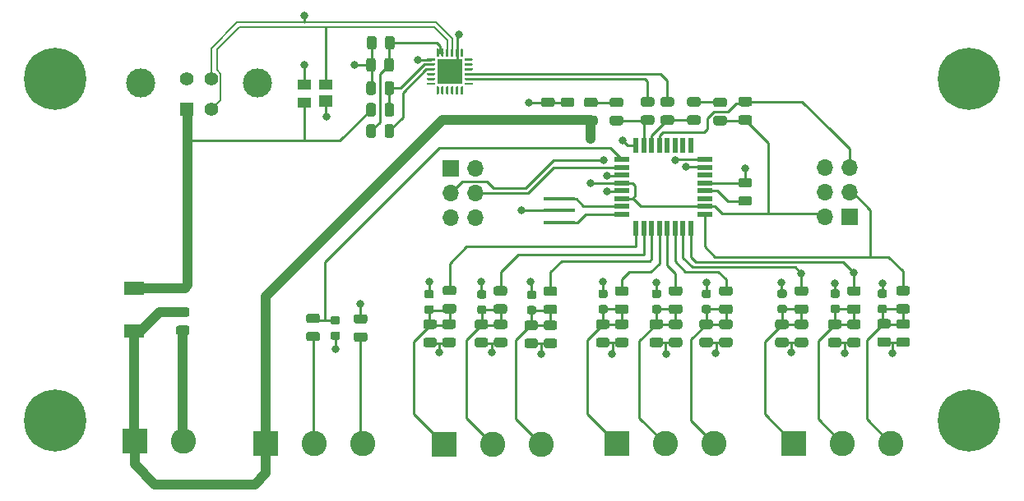
<source format=gbr>
%TF.GenerationSoftware,KiCad,Pcbnew,5.99.0-unknown-a0c54951d~102~ubuntu18.04.1*%
%TF.CreationDate,2020-08-17T14:08:56+02:00*%
%TF.ProjectId,AMPEL,414d5045-4c2e-46b6-9963-61645f706362,rev?*%
%TF.SameCoordinates,Original*%
%TF.FileFunction,Copper,L1,Top*%
%TF.FilePolarity,Positive*%
%FSLAX46Y46*%
G04 Gerber Fmt 4.6, Leading zero omitted, Abs format (unit mm)*
G04 Created by KiCad (PCBNEW 5.99.0-unknown-a0c54951d~102~ubuntu18.04.1) date 2020-08-17 14:08:56*
%MOMM*%
%LPD*%
G01*
G04 APERTURE LIST*
%TA.AperFunction,ComponentPad*%
%ADD10R,2.600000X2.600000*%
%TD*%
%TA.AperFunction,ComponentPad*%
%ADD11C,2.600000*%
%TD*%
%TA.AperFunction,ComponentPad*%
%ADD12R,1.700000X1.700000*%
%TD*%
%TA.AperFunction,ComponentPad*%
%ADD13O,1.700000X1.700000*%
%TD*%
%TA.AperFunction,ComponentPad*%
%ADD14C,0.800000*%
%TD*%
%TA.AperFunction,ComponentPad*%
%ADD15C,6.400000*%
%TD*%
%TA.AperFunction,SMDPad,CuDef*%
%ADD16R,1.400000X1.200000*%
%TD*%
%TA.AperFunction,SMDPad,CuDef*%
%ADD17R,1.400000X1.000000*%
%TD*%
%TA.AperFunction,SMDPad,CuDef*%
%ADD18R,3.200000X0.400000*%
%TD*%
%TA.AperFunction,ComponentPad*%
%ADD19R,1.400000X1.400000*%
%TD*%
%TA.AperFunction,ComponentPad*%
%ADD20C,1.400000*%
%TD*%
%TA.AperFunction,ComponentPad*%
%ADD21C,3.000000*%
%TD*%
%TA.AperFunction,SMDPad,CuDef*%
%ADD22R,2.100000X1.400000*%
%TD*%
%TA.AperFunction,SMDPad,CuDef*%
%ADD23R,2.600000X2.600000*%
%TD*%
%TA.AperFunction,SMDPad,CuDef*%
%ADD24R,1.600000X0.550000*%
%TD*%
%TA.AperFunction,SMDPad,CuDef*%
%ADD25R,0.550000X1.600000*%
%TD*%
%TA.AperFunction,ViaPad*%
%ADD26C,0.800000*%
%TD*%
%TA.AperFunction,Conductor*%
%ADD27C,0.250000*%
%TD*%
%TA.AperFunction,Conductor*%
%ADD28C,0.200000*%
%TD*%
%TA.AperFunction,Conductor*%
%ADD29C,1.000000*%
%TD*%
G04 APERTURE END LIST*
%TO.P,C1,1*%
%TO.N,GND*%
%TA.AperFunction,SMDPad,CuDef*%
G36*
G01*
X181534750Y-85239800D02*
X182447250Y-85239800D01*
G75*
G02*
X182691000Y-85483550I0J-243750D01*
G01*
X182691000Y-85971050D01*
G75*
G02*
X182447250Y-86214800I-243750J0D01*
G01*
X181534750Y-86214800D01*
G75*
G02*
X181291000Y-85971050I0J243750D01*
G01*
X181291000Y-85483550D01*
G75*
G02*
X181534750Y-85239800I243750J0D01*
G01*
G37*
%TD.AperFunction*%
%TO.P,C1,2*%
%TO.N,Net-(C1-Pad2)*%
%TA.AperFunction,SMDPad,CuDef*%
G36*
G01*
X181534750Y-87114800D02*
X182447250Y-87114800D01*
G75*
G02*
X182691000Y-87358550I0J-243750D01*
G01*
X182691000Y-87846050D01*
G75*
G02*
X182447250Y-88089800I-243750J0D01*
G01*
X181534750Y-88089800D01*
G75*
G02*
X181291000Y-87846050I0J243750D01*
G01*
X181291000Y-87358550D01*
G75*
G02*
X181534750Y-87114800I243750J0D01*
G01*
G37*
%TD.AperFunction*%
%TD*%
%TO.P,R24,1*%
%TO.N,FIN_RED*%
%TA.AperFunction,SMDPad,CuDef*%
G36*
G01*
X185319350Y-99819400D02*
X186231850Y-99819400D01*
G75*
G02*
X186475600Y-100063150I0J-243750D01*
G01*
X186475600Y-100550650D01*
G75*
G02*
X186231850Y-100794400I-243750J0D01*
G01*
X185319350Y-100794400D01*
G75*
G02*
X185075600Y-100550650I0J243750D01*
G01*
X185075600Y-100063150D01*
G75*
G02*
X185319350Y-99819400I243750J0D01*
G01*
G37*
%TD.AperFunction*%
%TO.P,R24,2*%
%TO.N,GND*%
%TA.AperFunction,SMDPad,CuDef*%
G36*
G01*
X185319350Y-101694400D02*
X186231850Y-101694400D01*
G75*
G02*
X186475600Y-101938150I0J-243750D01*
G01*
X186475600Y-102425650D01*
G75*
G02*
X186231850Y-102669400I-243750J0D01*
G01*
X185319350Y-102669400D01*
G75*
G02*
X185075600Y-102425650I0J243750D01*
G01*
X185075600Y-101938150D01*
G75*
G02*
X185319350Y-101694400I243750J0D01*
G01*
G37*
%TD.AperFunction*%
%TD*%
%TO.P,C8,1*%
%TO.N,BIO_GREEN*%
%TA.AperFunction,SMDPad,CuDef*%
G36*
G01*
X161494150Y-99921000D02*
X162406650Y-99921000D01*
G75*
G02*
X162650400Y-100164750I0J-243750D01*
G01*
X162650400Y-100652250D01*
G75*
G02*
X162406650Y-100896000I-243750J0D01*
G01*
X161494150Y-100896000D01*
G75*
G02*
X161250400Y-100652250I0J243750D01*
G01*
X161250400Y-100164750D01*
G75*
G02*
X161494150Y-99921000I243750J0D01*
G01*
G37*
%TD.AperFunction*%
%TO.P,C8,2*%
%TO.N,GND*%
%TA.AperFunction,SMDPad,CuDef*%
G36*
G01*
X161494150Y-101796000D02*
X162406650Y-101796000D01*
G75*
G02*
X162650400Y-102039750I0J-243750D01*
G01*
X162650400Y-102527250D01*
G75*
G02*
X162406650Y-102771000I-243750J0D01*
G01*
X161494150Y-102771000D01*
G75*
G02*
X161250400Y-102527250I0J243750D01*
G01*
X161250400Y-102039750D01*
G75*
G02*
X161494150Y-101796000I243750J0D01*
G01*
G37*
%TD.AperFunction*%
%TD*%
%TO.P,R28,1*%
%TO.N,FACH_YELLOW*%
%TA.AperFunction,SMDPad,CuDef*%
G36*
G01*
X172390750Y-99819400D02*
X173303250Y-99819400D01*
G75*
G02*
X173547000Y-100063150I0J-243750D01*
G01*
X173547000Y-100550650D01*
G75*
G02*
X173303250Y-100794400I-243750J0D01*
G01*
X172390750Y-100794400D01*
G75*
G02*
X172147000Y-100550650I0J243750D01*
G01*
X172147000Y-100063150D01*
G75*
G02*
X172390750Y-99819400I243750J0D01*
G01*
G37*
%TD.AperFunction*%
%TO.P,R28,2*%
%TO.N,GND*%
%TA.AperFunction,SMDPad,CuDef*%
G36*
G01*
X172390750Y-101694400D02*
X173303250Y-101694400D01*
G75*
G02*
X173547000Y-101938150I0J-243750D01*
G01*
X173547000Y-102425650D01*
G75*
G02*
X173303250Y-102669400I-243750J0D01*
G01*
X172390750Y-102669400D01*
G75*
G02*
X172147000Y-102425650I0J243750D01*
G01*
X172147000Y-101938150D01*
G75*
G02*
X172390750Y-101694400I243750J0D01*
G01*
G37*
%TD.AperFunction*%
%TD*%
%TO.P,R25,1*%
%TO.N,DATA*%
%TA.AperFunction,SMDPad,CuDef*%
G36*
G01*
X137059350Y-99209900D02*
X137971850Y-99209900D01*
G75*
G02*
X138215600Y-99453650I0J-243750D01*
G01*
X138215600Y-99941150D01*
G75*
G02*
X137971850Y-100184900I-243750J0D01*
G01*
X137059350Y-100184900D01*
G75*
G02*
X136815600Y-99941150I0J243750D01*
G01*
X136815600Y-99453650D01*
G75*
G02*
X137059350Y-99209900I243750J0D01*
G01*
G37*
%TD.AperFunction*%
%TO.P,R25,2*%
%TO.N,Net-(J7-Pad2)*%
%TA.AperFunction,SMDPad,CuDef*%
G36*
G01*
X137059350Y-101084900D02*
X137971850Y-101084900D01*
G75*
G02*
X138215600Y-101328650I0J-243750D01*
G01*
X138215600Y-101816150D01*
G75*
G02*
X137971850Y-102059900I-243750J0D01*
G01*
X137059350Y-102059900D01*
G75*
G02*
X136815600Y-101816150I0J243750D01*
G01*
X136815600Y-101328650D01*
G75*
G02*
X137059350Y-101084900I243750J0D01*
G01*
G37*
%TD.AperFunction*%
%TD*%
%TO.P,D13,1,A1*%
%TO.N,FACH_YELLOW*%
%TA.AperFunction,SMDPad,CuDef*%
G36*
G01*
X173128650Y-99192800D02*
X172616150Y-99192800D01*
G75*
G02*
X172397400Y-98974050I0J218750D01*
G01*
X172397400Y-98536550D01*
G75*
G02*
X172616150Y-98317800I218750J0D01*
G01*
X173128650Y-98317800D01*
G75*
G02*
X173347400Y-98536550I0J-218750D01*
G01*
X173347400Y-98974050D01*
G75*
G02*
X173128650Y-99192800I-218750J0D01*
G01*
G37*
%TD.AperFunction*%
%TO.P,D13,2,A2*%
%TO.N,GND*%
%TA.AperFunction,SMDPad,CuDef*%
G36*
G01*
X173128650Y-97617800D02*
X172616150Y-97617800D01*
G75*
G02*
X172397400Y-97399050I0J218750D01*
G01*
X172397400Y-96961550D01*
G75*
G02*
X172616150Y-96742800I218750J0D01*
G01*
X173128650Y-96742800D01*
G75*
G02*
X173347400Y-96961550I0J-218750D01*
G01*
X173347400Y-97399050D01*
G75*
G02*
X173128650Y-97617800I-218750J0D01*
G01*
G37*
%TD.AperFunction*%
%TD*%
D10*
%TO.P,J7,1,Pin_1*%
%TO.N,+5V*%
X132638800Y-112623600D03*
D11*
%TO.P,J7,2,Pin_2*%
%TO.N,Net-(J7-Pad2)*%
X137638800Y-112623600D03*
%TO.P,J7,3,Pin_3*%
%TO.N,Net-(F1-Pad2)*%
X142638800Y-112623600D03*
%TD*%
D10*
%TO.P,J5,1,Pin_1*%
%TO.N,FACH_RED*%
X168757600Y-112623600D03*
D11*
%TO.P,J5,2,Pin_2*%
%TO.N,FACH_YELLOW*%
X173757600Y-112623600D03*
%TO.P,J5,3,Pin_3*%
%TO.N,FACH_GREEN*%
X178757600Y-112623600D03*
%TD*%
%TO.P,C13,1*%
%TO.N,BIO_RED*%
%TA.AperFunction,SMDPad,CuDef*%
G36*
G01*
X151054750Y-99819400D02*
X151967250Y-99819400D01*
G75*
G02*
X152211000Y-100063150I0J-243750D01*
G01*
X152211000Y-100550650D01*
G75*
G02*
X151967250Y-100794400I-243750J0D01*
G01*
X151054750Y-100794400D01*
G75*
G02*
X150811000Y-100550650I0J243750D01*
G01*
X150811000Y-100063150D01*
G75*
G02*
X151054750Y-99819400I243750J0D01*
G01*
G37*
%TD.AperFunction*%
%TO.P,C13,2*%
%TO.N,GND*%
%TA.AperFunction,SMDPad,CuDef*%
G36*
G01*
X151054750Y-101694400D02*
X151967250Y-101694400D01*
G75*
G02*
X152211000Y-101938150I0J-243750D01*
G01*
X152211000Y-102425650D01*
G75*
G02*
X151967250Y-102669400I-243750J0D01*
G01*
X151054750Y-102669400D01*
G75*
G02*
X150811000Y-102425650I0J243750D01*
G01*
X150811000Y-101938150D01*
G75*
G02*
X151054750Y-101694400I243750J0D01*
G01*
G37*
%TD.AperFunction*%
%TD*%
%TO.P,D3,1,K*%
%TO.N,Net-(D3-Pad1)*%
%TA.AperFunction,SMDPad,CuDef*%
G36*
G01*
X177177050Y-79746200D02*
X176264550Y-79746200D01*
G75*
G02*
X176020800Y-79502450I0J243750D01*
G01*
X176020800Y-79014950D01*
G75*
G02*
X176264550Y-78771200I243750J0D01*
G01*
X177177050Y-78771200D01*
G75*
G02*
X177420800Y-79014950I0J-243750D01*
G01*
X177420800Y-79502450D01*
G75*
G02*
X177177050Y-79746200I-243750J0D01*
G01*
G37*
%TD.AperFunction*%
%TO.P,D3,2,A*%
%TO.N,Net-(D3-Pad2)*%
%TA.AperFunction,SMDPad,CuDef*%
G36*
G01*
X177177050Y-77871200D02*
X176264550Y-77871200D01*
G75*
G02*
X176020800Y-77627450I0J243750D01*
G01*
X176020800Y-77139950D01*
G75*
G02*
X176264550Y-76896200I243750J0D01*
G01*
X177177050Y-76896200D01*
G75*
G02*
X177420800Y-77139950I0J-243750D01*
G01*
X177420800Y-77627450D01*
G75*
G02*
X177177050Y-77871200I-243750J0D01*
G01*
G37*
%TD.AperFunction*%
%TD*%
D12*
%TO.P,J8,1,Pin_1*%
%TO.N,PC0*%
X151660000Y-84220000D03*
D13*
%TO.P,J8,2,Pin_2*%
%TO.N,PC1*%
X154200000Y-84220000D03*
%TO.P,J8,3,Pin_3*%
%TO.N,PD2*%
X151660000Y-86760000D03*
%TO.P,J8,4,Pin_4*%
%TO.N,PD4*%
X154200000Y-86760000D03*
%TO.P,J8,5,Pin_5*%
%TO.N,+5V*%
X151660000Y-89300000D03*
%TO.P,J8,6,Pin_6*%
%TO.N,GND*%
X154200000Y-89300000D03*
%TD*%
%TO.P,RV1,1*%
%TO.N,+5V*%
%TA.AperFunction,SMDPad,CuDef*%
G36*
G01*
X123643750Y-98575000D02*
X124556250Y-98575000D01*
G75*
G02*
X124800000Y-98818750I0J-243750D01*
G01*
X124800000Y-99306250D01*
G75*
G02*
X124556250Y-99550000I-243750J0D01*
G01*
X123643750Y-99550000D01*
G75*
G02*
X123400000Y-99306250I0J243750D01*
G01*
X123400000Y-98818750D01*
G75*
G02*
X123643750Y-98575000I243750J0D01*
G01*
G37*
%TD.AperFunction*%
%TO.P,RV1,2*%
%TO.N,GND*%
%TA.AperFunction,SMDPad,CuDef*%
G36*
G01*
X123643750Y-100450000D02*
X124556250Y-100450000D01*
G75*
G02*
X124800000Y-100693750I0J-243750D01*
G01*
X124800000Y-101181250D01*
G75*
G02*
X124556250Y-101425000I-243750J0D01*
G01*
X123643750Y-101425000D01*
G75*
G02*
X123400000Y-101181250I0J243750D01*
G01*
X123400000Y-100693750D01*
G75*
G02*
X123643750Y-100450000I243750J0D01*
G01*
G37*
%TD.AperFunction*%
%TD*%
%TO.P,R26,1*%
%TO.N,BIO_RED*%
%TA.AperFunction,SMDPad,CuDef*%
G36*
G01*
X149098950Y-99819400D02*
X150011450Y-99819400D01*
G75*
G02*
X150255200Y-100063150I0J-243750D01*
G01*
X150255200Y-100550650D01*
G75*
G02*
X150011450Y-100794400I-243750J0D01*
G01*
X149098950Y-100794400D01*
G75*
G02*
X148855200Y-100550650I0J243750D01*
G01*
X148855200Y-100063150D01*
G75*
G02*
X149098950Y-99819400I243750J0D01*
G01*
G37*
%TD.AperFunction*%
%TO.P,R26,2*%
%TO.N,GND*%
%TA.AperFunction,SMDPad,CuDef*%
G36*
G01*
X149098950Y-101694400D02*
X150011450Y-101694400D01*
G75*
G02*
X150255200Y-101938150I0J-243750D01*
G01*
X150255200Y-102425650D01*
G75*
G02*
X150011450Y-102669400I-243750J0D01*
G01*
X149098950Y-102669400D01*
G75*
G02*
X148855200Y-102425650I0J243750D01*
G01*
X148855200Y-101938150D01*
G75*
G02*
X149098950Y-101694400I243750J0D01*
G01*
G37*
%TD.AperFunction*%
%TD*%
%TO.P,C2,1*%
%TO.N,CP2102_VDD*%
%TA.AperFunction,SMDPad,CuDef*%
G36*
G01*
X145908300Y-70838350D02*
X145908300Y-71750850D01*
G75*
G02*
X145664550Y-71994600I-243750J0D01*
G01*
X145177050Y-71994600D01*
G75*
G02*
X144933300Y-71750850I0J243750D01*
G01*
X144933300Y-70838350D01*
G75*
G02*
X145177050Y-70594600I243750J0D01*
G01*
X145664550Y-70594600D01*
G75*
G02*
X145908300Y-70838350I0J-243750D01*
G01*
G37*
%TD.AperFunction*%
%TO.P,C2,2*%
%TO.N,GND*%
%TA.AperFunction,SMDPad,CuDef*%
G36*
G01*
X144033300Y-70838350D02*
X144033300Y-71750850D01*
G75*
G02*
X143789550Y-71994600I-243750J0D01*
G01*
X143302050Y-71994600D01*
G75*
G02*
X143058300Y-71750850I0J243750D01*
G01*
X143058300Y-70838350D01*
G75*
G02*
X143302050Y-70594600I243750J0D01*
G01*
X143789550Y-70594600D01*
G75*
G02*
X144033300Y-70838350I0J-243750D01*
G01*
G37*
%TD.AperFunction*%
%TD*%
%TO.P,R16,1*%
%TO.N,Net-(R16-Pad1)*%
%TA.AperFunction,SMDPad,CuDef*%
G36*
G01*
X156343750Y-96375000D02*
X157256250Y-96375000D01*
G75*
G02*
X157500000Y-96618750I0J-243750D01*
G01*
X157500000Y-97106250D01*
G75*
G02*
X157256250Y-97350000I-243750J0D01*
G01*
X156343750Y-97350000D01*
G75*
G02*
X156100000Y-97106250I0J243750D01*
G01*
X156100000Y-96618750D01*
G75*
G02*
X156343750Y-96375000I243750J0D01*
G01*
G37*
%TD.AperFunction*%
%TO.P,R16,2*%
%TO.N,BIO_YELLOW*%
%TA.AperFunction,SMDPad,CuDef*%
G36*
G01*
X156343750Y-98250000D02*
X157256250Y-98250000D01*
G75*
G02*
X157500000Y-98493750I0J-243750D01*
G01*
X157500000Y-98981250D01*
G75*
G02*
X157256250Y-99225000I-243750J0D01*
G01*
X156343750Y-99225000D01*
G75*
G02*
X156100000Y-98981250I0J243750D01*
G01*
X156100000Y-98493750D01*
G75*
G02*
X156343750Y-98250000I243750J0D01*
G01*
G37*
%TD.AperFunction*%
%TD*%
%TO.P,D5,1,A1*%
%TO.N,FIN_GREEN*%
%TA.AperFunction,SMDPad,CuDef*%
G36*
G01*
X196369650Y-99167400D02*
X195857150Y-99167400D01*
G75*
G02*
X195638400Y-98948650I0J218750D01*
G01*
X195638400Y-98511150D01*
G75*
G02*
X195857150Y-98292400I218750J0D01*
G01*
X196369650Y-98292400D01*
G75*
G02*
X196588400Y-98511150I0J-218750D01*
G01*
X196588400Y-98948650D01*
G75*
G02*
X196369650Y-99167400I-218750J0D01*
G01*
G37*
%TD.AperFunction*%
%TO.P,D5,2,A2*%
%TO.N,GND*%
%TA.AperFunction,SMDPad,CuDef*%
G36*
G01*
X196369650Y-97592400D02*
X195857150Y-97592400D01*
G75*
G02*
X195638400Y-97373650I0J218750D01*
G01*
X195638400Y-96936150D01*
G75*
G02*
X195857150Y-96717400I218750J0D01*
G01*
X196369650Y-96717400D01*
G75*
G02*
X196588400Y-96936150I0J-218750D01*
G01*
X196588400Y-97373650D01*
G75*
G02*
X196369650Y-97592400I-218750J0D01*
G01*
G37*
%TD.AperFunction*%
%TD*%
%TO.P,R23,1*%
%TO.N,BIO_YELLOW*%
%TA.AperFunction,SMDPad,CuDef*%
G36*
G01*
X154382150Y-99819400D02*
X155294650Y-99819400D01*
G75*
G02*
X155538400Y-100063150I0J-243750D01*
G01*
X155538400Y-100550650D01*
G75*
G02*
X155294650Y-100794400I-243750J0D01*
G01*
X154382150Y-100794400D01*
G75*
G02*
X154138400Y-100550650I0J243750D01*
G01*
X154138400Y-100063150D01*
G75*
G02*
X154382150Y-99819400I243750J0D01*
G01*
G37*
%TD.AperFunction*%
%TO.P,R23,2*%
%TO.N,GND*%
%TA.AperFunction,SMDPad,CuDef*%
G36*
G01*
X154382150Y-101694400D02*
X155294650Y-101694400D01*
G75*
G02*
X155538400Y-101938150I0J-243750D01*
G01*
X155538400Y-102425650D01*
G75*
G02*
X155294650Y-102669400I-243750J0D01*
G01*
X154382150Y-102669400D01*
G75*
G02*
X154138400Y-102425650I0J243750D01*
G01*
X154138400Y-101938150D01*
G75*
G02*
X154382150Y-101694400I243750J0D01*
G01*
G37*
%TD.AperFunction*%
%TD*%
%TO.P,R21,1*%
%TO.N,FIN_YELLOW*%
%TA.AperFunction,SMDPad,CuDef*%
G36*
G01*
X190754950Y-99819400D02*
X191667450Y-99819400D01*
G75*
G02*
X191911200Y-100063150I0J-243750D01*
G01*
X191911200Y-100550650D01*
G75*
G02*
X191667450Y-100794400I-243750J0D01*
G01*
X190754950Y-100794400D01*
G75*
G02*
X190511200Y-100550650I0J243750D01*
G01*
X190511200Y-100063150D01*
G75*
G02*
X190754950Y-99819400I243750J0D01*
G01*
G37*
%TD.AperFunction*%
%TO.P,R21,2*%
%TO.N,GND*%
%TA.AperFunction,SMDPad,CuDef*%
G36*
G01*
X190754950Y-101694400D02*
X191667450Y-101694400D01*
G75*
G02*
X191911200Y-101938150I0J-243750D01*
G01*
X191911200Y-102425650D01*
G75*
G02*
X191667450Y-102669400I-243750J0D01*
G01*
X190754950Y-102669400D01*
G75*
G02*
X190511200Y-102425650I0J243750D01*
G01*
X190511200Y-101938150D01*
G75*
G02*
X190754950Y-101694400I243750J0D01*
G01*
G37*
%TD.AperFunction*%
%TD*%
%TO.P,R27,1*%
%TO.N,FACH_GREEN*%
%TA.AperFunction,SMDPad,CuDef*%
G36*
G01*
X177521550Y-99819400D02*
X178434050Y-99819400D01*
G75*
G02*
X178677800Y-100063150I0J-243750D01*
G01*
X178677800Y-100550650D01*
G75*
G02*
X178434050Y-100794400I-243750J0D01*
G01*
X177521550Y-100794400D01*
G75*
G02*
X177277800Y-100550650I0J243750D01*
G01*
X177277800Y-100063150D01*
G75*
G02*
X177521550Y-99819400I243750J0D01*
G01*
G37*
%TD.AperFunction*%
%TO.P,R27,2*%
%TO.N,GND*%
%TA.AperFunction,SMDPad,CuDef*%
G36*
G01*
X177521550Y-101694400D02*
X178434050Y-101694400D01*
G75*
G02*
X178677800Y-101938150I0J-243750D01*
G01*
X178677800Y-102425650D01*
G75*
G02*
X178434050Y-102669400I-243750J0D01*
G01*
X177521550Y-102669400D01*
G75*
G02*
X177277800Y-102425650I0J243750D01*
G01*
X177277800Y-101938150D01*
G75*
G02*
X177521550Y-101694400I243750J0D01*
G01*
G37*
%TD.AperFunction*%
%TD*%
%TO.P,R9,1*%
%TO.N,Net-(R9-Pad1)*%
%TA.AperFunction,SMDPad,CuDef*%
G36*
G01*
X168834750Y-96390400D02*
X169747250Y-96390400D01*
G75*
G02*
X169991000Y-96634150I0J-243750D01*
G01*
X169991000Y-97121650D01*
G75*
G02*
X169747250Y-97365400I-243750J0D01*
G01*
X168834750Y-97365400D01*
G75*
G02*
X168591000Y-97121650I0J243750D01*
G01*
X168591000Y-96634150D01*
G75*
G02*
X168834750Y-96390400I243750J0D01*
G01*
G37*
%TD.AperFunction*%
%TO.P,R9,2*%
%TO.N,FACH_RED*%
%TA.AperFunction,SMDPad,CuDef*%
G36*
G01*
X168834750Y-98265400D02*
X169747250Y-98265400D01*
G75*
G02*
X169991000Y-98509150I0J-243750D01*
G01*
X169991000Y-98996650D01*
G75*
G02*
X169747250Y-99240400I-243750J0D01*
G01*
X168834750Y-99240400D01*
G75*
G02*
X168591000Y-98996650I0J243750D01*
G01*
X168591000Y-98509150D01*
G75*
G02*
X168834750Y-98265400I243750J0D01*
G01*
G37*
%TD.AperFunction*%
%TD*%
%TO.P,R6,1*%
%TO.N,CP2102_VDD*%
%TA.AperFunction,SMDPad,CuDef*%
G36*
G01*
X143007500Y-80844050D02*
X143007500Y-79931550D01*
G75*
G02*
X143251250Y-79687800I243750J0D01*
G01*
X143738750Y-79687800D01*
G75*
G02*
X143982500Y-79931550I0J-243750D01*
G01*
X143982500Y-80844050D01*
G75*
G02*
X143738750Y-81087800I-243750J0D01*
G01*
X143251250Y-81087800D01*
G75*
G02*
X143007500Y-80844050I0J243750D01*
G01*
G37*
%TD.AperFunction*%
%TO.P,R6,2*%
%TO.N,Net-(R6-Pad2)*%
%TA.AperFunction,SMDPad,CuDef*%
G36*
G01*
X144882500Y-80844050D02*
X144882500Y-79931550D01*
G75*
G02*
X145126250Y-79687800I243750J0D01*
G01*
X145613750Y-79687800D01*
G75*
G02*
X145857500Y-79931550I0J-243750D01*
G01*
X145857500Y-80844050D01*
G75*
G02*
X145613750Y-81087800I-243750J0D01*
G01*
X145126250Y-81087800D01*
G75*
G02*
X144882500Y-80844050I0J243750D01*
G01*
G37*
%TD.AperFunction*%
%TD*%
%TO.P,R14,1*%
%TO.N,SCK*%
%TA.AperFunction,SMDPad,CuDef*%
G36*
G01*
X197790750Y-96365000D02*
X198703250Y-96365000D01*
G75*
G02*
X198947000Y-96608750I0J-243750D01*
G01*
X198947000Y-97096250D01*
G75*
G02*
X198703250Y-97340000I-243750J0D01*
G01*
X197790750Y-97340000D01*
G75*
G02*
X197547000Y-97096250I0J243750D01*
G01*
X197547000Y-96608750D01*
G75*
G02*
X197790750Y-96365000I243750J0D01*
G01*
G37*
%TD.AperFunction*%
%TO.P,R14,2*%
%TO.N,FIN_GREEN*%
%TA.AperFunction,SMDPad,CuDef*%
G36*
G01*
X197790750Y-98240000D02*
X198703250Y-98240000D01*
G75*
G02*
X198947000Y-98483750I0J-243750D01*
G01*
X198947000Y-98971250D01*
G75*
G02*
X198703250Y-99215000I-243750J0D01*
G01*
X197790750Y-99215000D01*
G75*
G02*
X197547000Y-98971250I0J243750D01*
G01*
X197547000Y-98483750D01*
G75*
G02*
X197790750Y-98240000I243750J0D01*
G01*
G37*
%TD.AperFunction*%
%TD*%
D10*
%TO.P,J3,1,Pin_1*%
%TO.N,FIN_RED*%
X186994800Y-112572800D03*
D11*
%TO.P,J3,2,Pin_2*%
%TO.N,FIN_YELLOW*%
X191994800Y-112572800D03*
%TO.P,J3,3,Pin_3*%
%TO.N,FIN_GREEN*%
X196994800Y-112572800D03*
%TD*%
%TO.P,R13,1*%
%TO.N,MISO*%
%TA.AperFunction,SMDPad,CuDef*%
G36*
G01*
X192736150Y-96390400D02*
X193648650Y-96390400D01*
G75*
G02*
X193892400Y-96634150I0J-243750D01*
G01*
X193892400Y-97121650D01*
G75*
G02*
X193648650Y-97365400I-243750J0D01*
G01*
X192736150Y-97365400D01*
G75*
G02*
X192492400Y-97121650I0J243750D01*
G01*
X192492400Y-96634150D01*
G75*
G02*
X192736150Y-96390400I243750J0D01*
G01*
G37*
%TD.AperFunction*%
%TO.P,R13,2*%
%TO.N,FIN_YELLOW*%
%TA.AperFunction,SMDPad,CuDef*%
G36*
G01*
X192736150Y-98265400D02*
X193648650Y-98265400D01*
G75*
G02*
X193892400Y-98509150I0J-243750D01*
G01*
X193892400Y-98996650D01*
G75*
G02*
X193648650Y-99240400I-243750J0D01*
G01*
X192736150Y-99240400D01*
G75*
G02*
X192492400Y-98996650I0J243750D01*
G01*
X192492400Y-98509150D01*
G75*
G02*
X192736150Y-98265400I243750J0D01*
G01*
G37*
%TD.AperFunction*%
%TD*%
%TO.P,D7,1,A1*%
%TO.N,FIN_YELLOW*%
%TA.AperFunction,SMDPad,CuDef*%
G36*
G01*
X191518250Y-99167400D02*
X191005750Y-99167400D01*
G75*
G02*
X190787000Y-98948650I0J218750D01*
G01*
X190787000Y-98511150D01*
G75*
G02*
X191005750Y-98292400I218750J0D01*
G01*
X191518250Y-98292400D01*
G75*
G02*
X191737000Y-98511150I0J-218750D01*
G01*
X191737000Y-98948650D01*
G75*
G02*
X191518250Y-99167400I-218750J0D01*
G01*
G37*
%TD.AperFunction*%
%TO.P,D7,2,A2*%
%TO.N,GND*%
%TA.AperFunction,SMDPad,CuDef*%
G36*
G01*
X191518250Y-97592400D02*
X191005750Y-97592400D01*
G75*
G02*
X190787000Y-97373650I0J218750D01*
G01*
X190787000Y-96936150D01*
G75*
G02*
X191005750Y-96717400I218750J0D01*
G01*
X191518250Y-96717400D01*
G75*
G02*
X191737000Y-96936150I0J-218750D01*
G01*
X191737000Y-97373650D01*
G75*
G02*
X191518250Y-97592400I-218750J0D01*
G01*
G37*
%TD.AperFunction*%
%TD*%
%TO.P,R15,1*%
%TO.N,Net-(R15-Pad1)*%
%TA.AperFunction,SMDPad,CuDef*%
G36*
G01*
X151105550Y-96339600D02*
X152018050Y-96339600D01*
G75*
G02*
X152261800Y-96583350I0J-243750D01*
G01*
X152261800Y-97070850D01*
G75*
G02*
X152018050Y-97314600I-243750J0D01*
G01*
X151105550Y-97314600D01*
G75*
G02*
X150861800Y-97070850I0J243750D01*
G01*
X150861800Y-96583350D01*
G75*
G02*
X151105550Y-96339600I243750J0D01*
G01*
G37*
%TD.AperFunction*%
%TO.P,R15,2*%
%TO.N,BIO_RED*%
%TA.AperFunction,SMDPad,CuDef*%
G36*
G01*
X151105550Y-98214600D02*
X152018050Y-98214600D01*
G75*
G02*
X152261800Y-98458350I0J-243750D01*
G01*
X152261800Y-98945850D01*
G75*
G02*
X152018050Y-99189600I-243750J0D01*
G01*
X151105550Y-99189600D01*
G75*
G02*
X150861800Y-98945850I0J243750D01*
G01*
X150861800Y-98458350D01*
G75*
G02*
X151105550Y-98214600I243750J0D01*
G01*
G37*
%TD.AperFunction*%
%TD*%
%TO.P,R5,1*%
%TO.N,+5V*%
%TA.AperFunction,SMDPad,CuDef*%
G36*
G01*
X182456250Y-79725000D02*
X181543750Y-79725000D01*
G75*
G02*
X181300000Y-79481250I0J243750D01*
G01*
X181300000Y-78993750D01*
G75*
G02*
X181543750Y-78750000I243750J0D01*
G01*
X182456250Y-78750000D01*
G75*
G02*
X182700000Y-78993750I0J-243750D01*
G01*
X182700000Y-79481250D01*
G75*
G02*
X182456250Y-79725000I-243750J0D01*
G01*
G37*
%TD.AperFunction*%
%TO.P,R5,2*%
%TO.N,RST*%
%TA.AperFunction,SMDPad,CuDef*%
G36*
G01*
X182456250Y-77850000D02*
X181543750Y-77850000D01*
G75*
G02*
X181300000Y-77606250I0J243750D01*
G01*
X181300000Y-77118750D01*
G75*
G02*
X181543750Y-76875000I243750J0D01*
G01*
X182456250Y-76875000D01*
G75*
G02*
X182700000Y-77118750I0J-243750D01*
G01*
X182700000Y-77606250D01*
G75*
G02*
X182456250Y-77850000I-243750J0D01*
G01*
G37*
%TD.AperFunction*%
%TD*%
%TO.P,R11,1*%
%TO.N,Net-(R11-Pad1)*%
%TA.AperFunction,SMDPad,CuDef*%
G36*
G01*
X179553550Y-96390400D02*
X180466050Y-96390400D01*
G75*
G02*
X180709800Y-96634150I0J-243750D01*
G01*
X180709800Y-97121650D01*
G75*
G02*
X180466050Y-97365400I-243750J0D01*
G01*
X179553550Y-97365400D01*
G75*
G02*
X179309800Y-97121650I0J243750D01*
G01*
X179309800Y-96634150D01*
G75*
G02*
X179553550Y-96390400I243750J0D01*
G01*
G37*
%TD.AperFunction*%
%TO.P,R11,2*%
%TO.N,FACH_GREEN*%
%TA.AperFunction,SMDPad,CuDef*%
G36*
G01*
X179553550Y-98265400D02*
X180466050Y-98265400D01*
G75*
G02*
X180709800Y-98509150I0J-243750D01*
G01*
X180709800Y-98996650D01*
G75*
G02*
X180466050Y-99240400I-243750J0D01*
G01*
X179553550Y-99240400D01*
G75*
G02*
X179309800Y-98996650I0J243750D01*
G01*
X179309800Y-98509150D01*
G75*
G02*
X179553550Y-98265400I243750J0D01*
G01*
G37*
%TD.AperFunction*%
%TD*%
%TO.P,C5,1*%
%TO.N,GND*%
%TA.AperFunction,SMDPad,CuDef*%
G36*
G01*
X161243750Y-76937500D02*
X162156250Y-76937500D01*
G75*
G02*
X162400000Y-77181250I0J-243750D01*
G01*
X162400000Y-77668750D01*
G75*
G02*
X162156250Y-77912500I-243750J0D01*
G01*
X161243750Y-77912500D01*
G75*
G02*
X161000000Y-77668750I0J243750D01*
G01*
X161000000Y-77181250D01*
G75*
G02*
X161243750Y-76937500I243750J0D01*
G01*
G37*
%TD.AperFunction*%
%TO.P,C5,2*%
%TO.N,+5V*%
%TA.AperFunction,SMDPad,CuDef*%
G36*
G01*
X161243750Y-78812500D02*
X162156250Y-78812500D01*
G75*
G02*
X162400000Y-79056250I0J-243750D01*
G01*
X162400000Y-79543750D01*
G75*
G02*
X162156250Y-79787500I-243750J0D01*
G01*
X161243750Y-79787500D01*
G75*
G02*
X161000000Y-79543750I0J243750D01*
G01*
X161000000Y-79056250D01*
G75*
G02*
X161243750Y-78812500I243750J0D01*
G01*
G37*
%TD.AperFunction*%
%TD*%
%TO.P,R20,1*%
%TO.N,BIO_GREEN*%
%TA.AperFunction,SMDPad,CuDef*%
G36*
G01*
X159512950Y-99921000D02*
X160425450Y-99921000D01*
G75*
G02*
X160669200Y-100164750I0J-243750D01*
G01*
X160669200Y-100652250D01*
G75*
G02*
X160425450Y-100896000I-243750J0D01*
G01*
X159512950Y-100896000D01*
G75*
G02*
X159269200Y-100652250I0J243750D01*
G01*
X159269200Y-100164750D01*
G75*
G02*
X159512950Y-99921000I243750J0D01*
G01*
G37*
%TD.AperFunction*%
%TO.P,R20,2*%
%TO.N,GND*%
%TA.AperFunction,SMDPad,CuDef*%
G36*
G01*
X159512950Y-101796000D02*
X160425450Y-101796000D01*
G75*
G02*
X160669200Y-102039750I0J-243750D01*
G01*
X160669200Y-102527250D01*
G75*
G02*
X160425450Y-102771000I-243750J0D01*
G01*
X159512950Y-102771000D01*
G75*
G02*
X159269200Y-102527250I0J243750D01*
G01*
X159269200Y-102039750D01*
G75*
G02*
X159512950Y-101796000I243750J0D01*
G01*
G37*
%TD.AperFunction*%
%TD*%
%TO.P,R29,1*%
%TO.N,FACH_RED*%
%TA.AperFunction,SMDPad,CuDef*%
G36*
G01*
X166878950Y-99819400D02*
X167791450Y-99819400D01*
G75*
G02*
X168035200Y-100063150I0J-243750D01*
G01*
X168035200Y-100550650D01*
G75*
G02*
X167791450Y-100794400I-243750J0D01*
G01*
X166878950Y-100794400D01*
G75*
G02*
X166635200Y-100550650I0J243750D01*
G01*
X166635200Y-100063150D01*
G75*
G02*
X166878950Y-99819400I243750J0D01*
G01*
G37*
%TD.AperFunction*%
%TO.P,R29,2*%
%TO.N,GND*%
%TA.AperFunction,SMDPad,CuDef*%
G36*
G01*
X166878950Y-101694400D02*
X167791450Y-101694400D01*
G75*
G02*
X168035200Y-101938150I0J-243750D01*
G01*
X168035200Y-102425650D01*
G75*
G02*
X167791450Y-102669400I-243750J0D01*
G01*
X166878950Y-102669400D01*
G75*
G02*
X166635200Y-102425650I0J243750D01*
G01*
X166635200Y-101938150D01*
G75*
G02*
X166878950Y-101694400I243750J0D01*
G01*
G37*
%TD.AperFunction*%
%TD*%
%TO.P,D9,1,A1*%
%TO.N,FIN_RED*%
%TA.AperFunction,SMDPad,CuDef*%
G36*
G01*
X186057250Y-99167400D02*
X185544750Y-99167400D01*
G75*
G02*
X185326000Y-98948650I0J218750D01*
G01*
X185326000Y-98511150D01*
G75*
G02*
X185544750Y-98292400I218750J0D01*
G01*
X186057250Y-98292400D01*
G75*
G02*
X186276000Y-98511150I0J-218750D01*
G01*
X186276000Y-98948650D01*
G75*
G02*
X186057250Y-99167400I-218750J0D01*
G01*
G37*
%TD.AperFunction*%
%TO.P,D9,2,A2*%
%TO.N,GND*%
%TA.AperFunction,SMDPad,CuDef*%
G36*
G01*
X186057250Y-97592400D02*
X185544750Y-97592400D01*
G75*
G02*
X185326000Y-97373650I0J218750D01*
G01*
X185326000Y-96936150D01*
G75*
G02*
X185544750Y-96717400I218750J0D01*
G01*
X186057250Y-96717400D01*
G75*
G02*
X186276000Y-96936150I0J-218750D01*
G01*
X186276000Y-97373650D01*
G75*
G02*
X186057250Y-97592400I-218750J0D01*
G01*
G37*
%TD.AperFunction*%
%TD*%
D14*
%TO.P,H3,1,1*%
%TO.N,GND*%
X112697056Y-111897056D03*
D15*
X111000000Y-110200000D03*
D14*
X113400000Y-110200000D03*
X109302944Y-111897056D03*
X112697056Y-108502944D03*
X111000000Y-112600000D03*
X108600000Y-110200000D03*
X109302944Y-108502944D03*
X111000000Y-107800000D03*
%TD*%
D12*
%TO.P,J2,1,Pin_1*%
%TO.N,MISO*%
X192709800Y-89270000D03*
D13*
%TO.P,J2,2,Pin_2*%
%TO.N,+5V*%
X190169800Y-89270000D03*
%TO.P,J2,3,Pin_3*%
%TO.N,SCK*%
X192709800Y-86730000D03*
%TO.P,J2,4,Pin_4*%
%TO.N,MOSI*%
X190169800Y-86730000D03*
%TO.P,J2,5,Pin_5*%
%TO.N,RST*%
X192709800Y-84190000D03*
%TO.P,J2,6,Pin_6*%
%TO.N,GND*%
X190169800Y-84190000D03*
%TD*%
%TO.P,D6,1,A1*%
%TO.N,BIO_GREEN*%
%TA.AperFunction,SMDPad,CuDef*%
G36*
G01*
X160273850Y-99296700D02*
X159761350Y-99296700D01*
G75*
G02*
X159542600Y-99077950I0J218750D01*
G01*
X159542600Y-98640450D01*
G75*
G02*
X159761350Y-98421700I218750J0D01*
G01*
X160273850Y-98421700D01*
G75*
G02*
X160492600Y-98640450I0J-218750D01*
G01*
X160492600Y-99077950D01*
G75*
G02*
X160273850Y-99296700I-218750J0D01*
G01*
G37*
%TD.AperFunction*%
%TO.P,D6,2,A2*%
%TO.N,GND*%
%TA.AperFunction,SMDPad,CuDef*%
G36*
G01*
X160273850Y-97721700D02*
X159761350Y-97721700D01*
G75*
G02*
X159542600Y-97502950I0J218750D01*
G01*
X159542600Y-97065450D01*
G75*
G02*
X159761350Y-96846700I218750J0D01*
G01*
X160273850Y-96846700D01*
G75*
G02*
X160492600Y-97065450I0J-218750D01*
G01*
X160492600Y-97502950D01*
G75*
G02*
X160273850Y-97721700I-218750J0D01*
G01*
G37*
%TD.AperFunction*%
%TD*%
%TO.P,R8,1*%
%TO.N,VBUS_DET*%
%TA.AperFunction,SMDPad,CuDef*%
G36*
G01*
X145857500Y-75511950D02*
X145857500Y-76424450D01*
G75*
G02*
X145613750Y-76668200I-243750J0D01*
G01*
X145126250Y-76668200D01*
G75*
G02*
X144882500Y-76424450I0J243750D01*
G01*
X144882500Y-75511950D01*
G75*
G02*
X145126250Y-75268200I243750J0D01*
G01*
X145613750Y-75268200D01*
G75*
G02*
X145857500Y-75511950I0J-243750D01*
G01*
G37*
%TD.AperFunction*%
%TO.P,R8,2*%
%TO.N,GND*%
%TA.AperFunction,SMDPad,CuDef*%
G36*
G01*
X143982500Y-75511950D02*
X143982500Y-76424450D01*
G75*
G02*
X143738750Y-76668200I-243750J0D01*
G01*
X143251250Y-76668200D01*
G75*
G02*
X143007500Y-76424450I0J243750D01*
G01*
X143007500Y-75511950D01*
G75*
G02*
X143251250Y-75268200I243750J0D01*
G01*
X143738750Y-75268200D01*
G75*
G02*
X143982500Y-75511950I0J-243750D01*
G01*
G37*
%TD.AperFunction*%
%TD*%
%TO.P,R7,1*%
%TO.N,VBUS*%
%TA.AperFunction,SMDPad,CuDef*%
G36*
G01*
X143007500Y-78659650D02*
X143007500Y-77747150D01*
G75*
G02*
X143251250Y-77503400I243750J0D01*
G01*
X143738750Y-77503400D01*
G75*
G02*
X143982500Y-77747150I0J-243750D01*
G01*
X143982500Y-78659650D01*
G75*
G02*
X143738750Y-78903400I-243750J0D01*
G01*
X143251250Y-78903400D01*
G75*
G02*
X143007500Y-78659650I0J243750D01*
G01*
G37*
%TD.AperFunction*%
%TO.P,R7,2*%
%TO.N,VBUS_DET*%
%TA.AperFunction,SMDPad,CuDef*%
G36*
G01*
X144882500Y-78659650D02*
X144882500Y-77747150D01*
G75*
G02*
X145126250Y-77503400I243750J0D01*
G01*
X145613750Y-77503400D01*
G75*
G02*
X145857500Y-77747150I0J-243750D01*
G01*
X145857500Y-78659650D01*
G75*
G02*
X145613750Y-78903400I-243750J0D01*
G01*
X145126250Y-78903400D01*
G75*
G02*
X144882500Y-78659650I0J243750D01*
G01*
G37*
%TD.AperFunction*%
%TD*%
D16*
%TO.P,D1,1,A*%
%TO.N,GND*%
X138800000Y-77300000D03*
D17*
%TO.P,D1,2,K*%
%TO.N,D-*%
X138800000Y-75580000D03*
%TO.P,D1,3,K*%
%TO.N,D+*%
X136600000Y-75580000D03*
%TO.P,D1,4,K*%
%TO.N,VBUS*%
X136600000Y-77480000D03*
%TD*%
D18*
%TO.P,Y1,1,1*%
%TO.N,Net-(U1-Pad8)*%
X162900000Y-89800000D03*
%TO.P,Y1,2,2*%
%TO.N,GND*%
X162900000Y-88600000D03*
%TO.P,Y1,3,3*%
%TO.N,Net-(U1-Pad7)*%
X162900000Y-87400000D03*
%TD*%
D14*
%TO.P,H2,1,1*%
%TO.N,GND*%
X206697056Y-111897056D03*
D15*
X205000000Y-110200000D03*
D14*
X207400000Y-110200000D03*
X203302944Y-111897056D03*
X206697056Y-108502944D03*
X205000000Y-112600000D03*
X202600000Y-110200000D03*
X203302944Y-108502944D03*
X205000000Y-107800000D03*
%TD*%
%TO.P,R4,1*%
%TO.N,Net-(D4-Pad1)*%
%TA.AperFunction,SMDPad,CuDef*%
G36*
G01*
X172401850Y-79746200D02*
X171489350Y-79746200D01*
G75*
G02*
X171245600Y-79502450I0J243750D01*
G01*
X171245600Y-79014950D01*
G75*
G02*
X171489350Y-78771200I243750J0D01*
G01*
X172401850Y-78771200D01*
G75*
G02*
X172645600Y-79014950I0J-243750D01*
G01*
X172645600Y-79502450D01*
G75*
G02*
X172401850Y-79746200I-243750J0D01*
G01*
G37*
%TD.AperFunction*%
%TO.P,R4,2*%
%TO.N,RXD*%
%TA.AperFunction,SMDPad,CuDef*%
G36*
G01*
X172401850Y-77871200D02*
X171489350Y-77871200D01*
G75*
G02*
X171245600Y-77627450I0J243750D01*
G01*
X171245600Y-77139950D01*
G75*
G02*
X171489350Y-76896200I243750J0D01*
G01*
X172401850Y-76896200D01*
G75*
G02*
X172645600Y-77139950I0J-243750D01*
G01*
X172645600Y-77627450D01*
G75*
G02*
X172401850Y-77871200I-243750J0D01*
G01*
G37*
%TD.AperFunction*%
%TD*%
%TO.P,D10,1,A1*%
%TO.N,BIO_RED*%
%TA.AperFunction,SMDPad,CuDef*%
G36*
G01*
X149709850Y-99225000D02*
X149197350Y-99225000D01*
G75*
G02*
X148978600Y-99006250I0J218750D01*
G01*
X148978600Y-98568750D01*
G75*
G02*
X149197350Y-98350000I218750J0D01*
G01*
X149709850Y-98350000D01*
G75*
G02*
X149928600Y-98568750I0J-218750D01*
G01*
X149928600Y-99006250D01*
G75*
G02*
X149709850Y-99225000I-218750J0D01*
G01*
G37*
%TD.AperFunction*%
%TO.P,D10,2,A2*%
%TO.N,GND*%
%TA.AperFunction,SMDPad,CuDef*%
G36*
G01*
X149709850Y-97650000D02*
X149197350Y-97650000D01*
G75*
G02*
X148978600Y-97431250I0J218750D01*
G01*
X148978600Y-96993750D01*
G75*
G02*
X149197350Y-96775000I218750J0D01*
G01*
X149709850Y-96775000D01*
G75*
G02*
X149928600Y-96993750I0J-218750D01*
G01*
X149928600Y-97431250D01*
G75*
G02*
X149709850Y-97650000I-218750J0D01*
G01*
G37*
%TD.AperFunction*%
%TD*%
%TO.P,C4,1*%
%TO.N,CP2102_VDD*%
%TA.AperFunction,SMDPad,CuDef*%
G36*
G01*
X145826300Y-73119950D02*
X145826300Y-74032450D01*
G75*
G02*
X145582550Y-74276200I-243750J0D01*
G01*
X145095050Y-74276200D01*
G75*
G02*
X144851300Y-74032450I0J243750D01*
G01*
X144851300Y-73119950D01*
G75*
G02*
X145095050Y-72876200I243750J0D01*
G01*
X145582550Y-72876200D01*
G75*
G02*
X145826300Y-73119950I0J-243750D01*
G01*
G37*
%TD.AperFunction*%
%TO.P,C4,2*%
%TO.N,GND*%
%TA.AperFunction,SMDPad,CuDef*%
G36*
G01*
X143951300Y-73119950D02*
X143951300Y-74032450D01*
G75*
G02*
X143707550Y-74276200I-243750J0D01*
G01*
X143220050Y-74276200D01*
G75*
G02*
X142976300Y-74032450I0J243750D01*
G01*
X142976300Y-73119950D01*
G75*
G02*
X143220050Y-72876200I243750J0D01*
G01*
X143707550Y-72876200D01*
G75*
G02*
X143951300Y-73119950I0J-243750D01*
G01*
G37*
%TD.AperFunction*%
%TD*%
%TO.P,R3,1*%
%TO.N,Net-(D3-Pad1)*%
%TA.AperFunction,SMDPad,CuDef*%
G36*
G01*
X174433850Y-79746200D02*
X173521350Y-79746200D01*
G75*
G02*
X173277600Y-79502450I0J243750D01*
G01*
X173277600Y-79014950D01*
G75*
G02*
X173521350Y-78771200I243750J0D01*
G01*
X174433850Y-78771200D01*
G75*
G02*
X174677600Y-79014950I0J-243750D01*
G01*
X174677600Y-79502450D01*
G75*
G02*
X174433850Y-79746200I-243750J0D01*
G01*
G37*
%TD.AperFunction*%
%TO.P,R3,2*%
%TO.N,TXD*%
%TA.AperFunction,SMDPad,CuDef*%
G36*
G01*
X174433850Y-77871200D02*
X173521350Y-77871200D01*
G75*
G02*
X173277600Y-77627450I0J243750D01*
G01*
X173277600Y-77139950D01*
G75*
G02*
X173521350Y-76896200I243750J0D01*
G01*
X174433850Y-76896200D01*
G75*
G02*
X174677600Y-77139950I0J-243750D01*
G01*
X174677600Y-77627450D01*
G75*
G02*
X174433850Y-77871200I-243750J0D01*
G01*
G37*
%TD.AperFunction*%
%TD*%
%TO.P,D12,1,A1*%
%TO.N,FACH_GREEN*%
%TA.AperFunction,SMDPad,CuDef*%
G36*
G01*
X178259450Y-99192800D02*
X177746950Y-99192800D01*
G75*
G02*
X177528200Y-98974050I0J218750D01*
G01*
X177528200Y-98536550D01*
G75*
G02*
X177746950Y-98317800I218750J0D01*
G01*
X178259450Y-98317800D01*
G75*
G02*
X178478200Y-98536550I0J-218750D01*
G01*
X178478200Y-98974050D01*
G75*
G02*
X178259450Y-99192800I-218750J0D01*
G01*
G37*
%TD.AperFunction*%
%TO.P,D12,2,A2*%
%TO.N,GND*%
%TA.AperFunction,SMDPad,CuDef*%
G36*
G01*
X178259450Y-97617800D02*
X177746950Y-97617800D01*
G75*
G02*
X177528200Y-97399050I0J218750D01*
G01*
X177528200Y-96961550D01*
G75*
G02*
X177746950Y-96742800I218750J0D01*
G01*
X178259450Y-96742800D01*
G75*
G02*
X178478200Y-96961550I0J-218750D01*
G01*
X178478200Y-97399050D01*
G75*
G02*
X178259450Y-97617800I-218750J0D01*
G01*
G37*
%TD.AperFunction*%
%TD*%
%TO.P,C14,1*%
%TO.N,FACH_GREEN*%
%TA.AperFunction,SMDPad,CuDef*%
G36*
G01*
X179553550Y-99819400D02*
X180466050Y-99819400D01*
G75*
G02*
X180709800Y-100063150I0J-243750D01*
G01*
X180709800Y-100550650D01*
G75*
G02*
X180466050Y-100794400I-243750J0D01*
G01*
X179553550Y-100794400D01*
G75*
G02*
X179309800Y-100550650I0J243750D01*
G01*
X179309800Y-100063150D01*
G75*
G02*
X179553550Y-99819400I243750J0D01*
G01*
G37*
%TD.AperFunction*%
%TO.P,C14,2*%
%TO.N,GND*%
%TA.AperFunction,SMDPad,CuDef*%
G36*
G01*
X179553550Y-101694400D02*
X180466050Y-101694400D01*
G75*
G02*
X180709800Y-101938150I0J-243750D01*
G01*
X180709800Y-102425650D01*
G75*
G02*
X180466050Y-102669400I-243750J0D01*
G01*
X179553550Y-102669400D01*
G75*
G02*
X179309800Y-102425650I0J243750D01*
G01*
X179309800Y-101938150D01*
G75*
G02*
X179553550Y-101694400I243750J0D01*
G01*
G37*
%TD.AperFunction*%
%TD*%
D10*
%TO.P,J4,1,Pin_1*%
%TO.N,BIO_RED*%
X150985200Y-112674400D03*
D11*
%TO.P,J4,2,Pin_2*%
%TO.N,BIO_YELLOW*%
X155985200Y-112674400D03*
%TO.P,J4,3,Pin_3*%
%TO.N,BIO_GREEN*%
X160985200Y-112674400D03*
%TD*%
D14*
%TO.P,H1,1,1*%
%TO.N,GND*%
X112697056Y-76697056D03*
D15*
X111000000Y-75000000D03*
D14*
X113400000Y-75000000D03*
X109302944Y-76697056D03*
X112697056Y-73302944D03*
X111000000Y-77400000D03*
X108600000Y-75000000D03*
X109302944Y-73302944D03*
X111000000Y-72600000D03*
%TD*%
%TO.P,C3,1*%
%TO.N,+5V*%
%TA.AperFunction,SMDPad,CuDef*%
G36*
G01*
X164150050Y-79787500D02*
X163237550Y-79787500D01*
G75*
G02*
X162993800Y-79543750I0J243750D01*
G01*
X162993800Y-79056250D01*
G75*
G02*
X163237550Y-78812500I243750J0D01*
G01*
X164150050Y-78812500D01*
G75*
G02*
X164393800Y-79056250I0J-243750D01*
G01*
X164393800Y-79543750D01*
G75*
G02*
X164150050Y-79787500I-243750J0D01*
G01*
G37*
%TD.AperFunction*%
%TO.P,C3,2*%
%TO.N,GND*%
%TA.AperFunction,SMDPad,CuDef*%
G36*
G01*
X164150050Y-77912500D02*
X163237550Y-77912500D01*
G75*
G02*
X162993800Y-77668750I0J243750D01*
G01*
X162993800Y-77181250D01*
G75*
G02*
X163237550Y-76937500I243750J0D01*
G01*
X164150050Y-76937500D01*
G75*
G02*
X164393800Y-77181250I0J-243750D01*
G01*
X164393800Y-77668750D01*
G75*
G02*
X164150050Y-77912500I-243750J0D01*
G01*
G37*
%TD.AperFunction*%
%TD*%
%TO.P,R2,1*%
%TO.N,+5V*%
%TA.AperFunction,SMDPad,CuDef*%
G36*
G01*
X166559850Y-79797000D02*
X165647350Y-79797000D01*
G75*
G02*
X165403600Y-79553250I0J243750D01*
G01*
X165403600Y-79065750D01*
G75*
G02*
X165647350Y-78822000I243750J0D01*
G01*
X166559850Y-78822000D01*
G75*
G02*
X166803600Y-79065750I0J-243750D01*
G01*
X166803600Y-79553250D01*
G75*
G02*
X166559850Y-79797000I-243750J0D01*
G01*
G37*
%TD.AperFunction*%
%TO.P,R2,2*%
%TO.N,Net-(D4-Pad2)*%
%TA.AperFunction,SMDPad,CuDef*%
G36*
G01*
X166559850Y-77922000D02*
X165647350Y-77922000D01*
G75*
G02*
X165403600Y-77678250I0J243750D01*
G01*
X165403600Y-77190750D01*
G75*
G02*
X165647350Y-76947000I243750J0D01*
G01*
X166559850Y-76947000D01*
G75*
G02*
X166803600Y-77190750I0J-243750D01*
G01*
X166803600Y-77678250D01*
G75*
G02*
X166559850Y-77922000I-243750J0D01*
G01*
G37*
%TD.AperFunction*%
%TD*%
%TO.P,R17,1*%
%TO.N,Net-(R17-Pad1)*%
%TA.AperFunction,SMDPad,CuDef*%
G36*
G01*
X161491750Y-96418200D02*
X162404250Y-96418200D01*
G75*
G02*
X162648000Y-96661950I0J-243750D01*
G01*
X162648000Y-97149450D01*
G75*
G02*
X162404250Y-97393200I-243750J0D01*
G01*
X161491750Y-97393200D01*
G75*
G02*
X161248000Y-97149450I0J243750D01*
G01*
X161248000Y-96661950D01*
G75*
G02*
X161491750Y-96418200I243750J0D01*
G01*
G37*
%TD.AperFunction*%
%TO.P,R17,2*%
%TO.N,BIO_GREEN*%
%TA.AperFunction,SMDPad,CuDef*%
G36*
G01*
X161491750Y-98293200D02*
X162404250Y-98293200D01*
G75*
G02*
X162648000Y-98536950I0J-243750D01*
G01*
X162648000Y-99024450D01*
G75*
G02*
X162404250Y-99268200I-243750J0D01*
G01*
X161491750Y-99268200D01*
G75*
G02*
X161248000Y-99024450I0J243750D01*
G01*
X161248000Y-98536950D01*
G75*
G02*
X161491750Y-98293200I243750J0D01*
G01*
G37*
%TD.AperFunction*%
%TD*%
%TO.P,H4,1,1*%
%TO.N,GND*%
X206697056Y-76697056D03*
D15*
X205000000Y-75000000D03*
D14*
X207400000Y-75000000D03*
X203302944Y-76697056D03*
X206697056Y-73302944D03*
X205000000Y-77400000D03*
X202600000Y-75000000D03*
X203302944Y-73302944D03*
X205000000Y-72600000D03*
%TD*%
%TO.P,C15,1*%
%TO.N,FACH_YELLOW*%
%TA.AperFunction,SMDPad,CuDef*%
G36*
G01*
X174371950Y-99819400D02*
X175284450Y-99819400D01*
G75*
G02*
X175528200Y-100063150I0J-243750D01*
G01*
X175528200Y-100550650D01*
G75*
G02*
X175284450Y-100794400I-243750J0D01*
G01*
X174371950Y-100794400D01*
G75*
G02*
X174128200Y-100550650I0J243750D01*
G01*
X174128200Y-100063150D01*
G75*
G02*
X174371950Y-99819400I243750J0D01*
G01*
G37*
%TD.AperFunction*%
%TO.P,C15,2*%
%TO.N,GND*%
%TA.AperFunction,SMDPad,CuDef*%
G36*
G01*
X174371950Y-101694400D02*
X175284450Y-101694400D01*
G75*
G02*
X175528200Y-101938150I0J-243750D01*
G01*
X175528200Y-102425650D01*
G75*
G02*
X175284450Y-102669400I-243750J0D01*
G01*
X174371950Y-102669400D01*
G75*
G02*
X174128200Y-102425650I0J243750D01*
G01*
X174128200Y-101938150D01*
G75*
G02*
X174371950Y-101694400I243750J0D01*
G01*
G37*
%TD.AperFunction*%
%TD*%
D19*
%TO.P,J1,1,VBUS*%
%TO.N,VBUS*%
X124510800Y-78181200D03*
D20*
%TO.P,J1,2,D-*%
%TO.N,D-*%
X127010800Y-78181200D03*
%TO.P,J1,3,D+*%
%TO.N,D+*%
X127010800Y-74981200D03*
%TO.P,J1,4,GND*%
%TO.N,GND*%
X124510800Y-74981200D03*
D21*
%TO.P,J1,5,Shield*%
X119740800Y-75471200D03*
X131780800Y-75471200D03*
%TD*%
%TO.P,C11,1*%
%TO.N,FIN_RED*%
%TA.AperFunction,SMDPad,CuDef*%
G36*
G01*
X187325950Y-99819400D02*
X188238450Y-99819400D01*
G75*
G02*
X188482200Y-100063150I0J-243750D01*
G01*
X188482200Y-100550650D01*
G75*
G02*
X188238450Y-100794400I-243750J0D01*
G01*
X187325950Y-100794400D01*
G75*
G02*
X187082200Y-100550650I0J243750D01*
G01*
X187082200Y-100063150D01*
G75*
G02*
X187325950Y-99819400I243750J0D01*
G01*
G37*
%TD.AperFunction*%
%TO.P,C11,2*%
%TO.N,GND*%
%TA.AperFunction,SMDPad,CuDef*%
G36*
G01*
X187325950Y-101694400D02*
X188238450Y-101694400D01*
G75*
G02*
X188482200Y-101938150I0J-243750D01*
G01*
X188482200Y-102425650D01*
G75*
G02*
X188238450Y-102669400I-243750J0D01*
G01*
X187325950Y-102669400D01*
G75*
G02*
X187082200Y-102425650I0J243750D01*
G01*
X187082200Y-101938150D01*
G75*
G02*
X187325950Y-101694400I243750J0D01*
G01*
G37*
%TD.AperFunction*%
%TD*%
%TO.P,C9,1*%
%TO.N,FIN_YELLOW*%
%TA.AperFunction,SMDPad,CuDef*%
G36*
G01*
X192736150Y-99819400D02*
X193648650Y-99819400D01*
G75*
G02*
X193892400Y-100063150I0J-243750D01*
G01*
X193892400Y-100550650D01*
G75*
G02*
X193648650Y-100794400I-243750J0D01*
G01*
X192736150Y-100794400D01*
G75*
G02*
X192492400Y-100550650I0J243750D01*
G01*
X192492400Y-100063150D01*
G75*
G02*
X192736150Y-99819400I243750J0D01*
G01*
G37*
%TD.AperFunction*%
%TO.P,C9,2*%
%TO.N,GND*%
%TA.AperFunction,SMDPad,CuDef*%
G36*
G01*
X192736150Y-101694400D02*
X193648650Y-101694400D01*
G75*
G02*
X193892400Y-101938150I0J-243750D01*
G01*
X193892400Y-102425650D01*
G75*
G02*
X193648650Y-102669400I-243750J0D01*
G01*
X192736150Y-102669400D01*
G75*
G02*
X192492400Y-102425650I0J243750D01*
G01*
X192492400Y-101938150D01*
G75*
G02*
X192736150Y-101694400I243750J0D01*
G01*
G37*
%TD.AperFunction*%
%TD*%
D10*
%TO.P,J6,1,Pin_1*%
%TO.N,+5V*%
X119151400Y-112318800D03*
D11*
%TO.P,J6,2,Pin_2*%
%TO.N,GND*%
X124151400Y-112318800D03*
%TD*%
%TO.P,F1,1*%
%TO.N,GND*%
%TA.AperFunction,SMDPad,CuDef*%
G36*
G01*
X141943750Y-99275000D02*
X142856250Y-99275000D01*
G75*
G02*
X143100000Y-99518750I0J-243750D01*
G01*
X143100000Y-100006250D01*
G75*
G02*
X142856250Y-100250000I-243750J0D01*
G01*
X141943750Y-100250000D01*
G75*
G02*
X141700000Y-100006250I0J243750D01*
G01*
X141700000Y-99518750D01*
G75*
G02*
X141943750Y-99275000I243750J0D01*
G01*
G37*
%TD.AperFunction*%
%TO.P,F1,2*%
%TO.N,Net-(F1-Pad2)*%
%TA.AperFunction,SMDPad,CuDef*%
G36*
G01*
X141943750Y-101150000D02*
X142856250Y-101150000D01*
G75*
G02*
X143100000Y-101393750I0J-243750D01*
G01*
X143100000Y-101881250D01*
G75*
G02*
X142856250Y-102125000I-243750J0D01*
G01*
X141943750Y-102125000D01*
G75*
G02*
X141700000Y-101881250I0J243750D01*
G01*
X141700000Y-101393750D01*
G75*
G02*
X141943750Y-101150000I243750J0D01*
G01*
G37*
%TD.AperFunction*%
%TD*%
%TO.P,C7,1*%
%TO.N,FIN_GREEN*%
%TA.AperFunction,SMDPad,CuDef*%
G36*
G01*
X197790750Y-99794000D02*
X198703250Y-99794000D01*
G75*
G02*
X198947000Y-100037750I0J-243750D01*
G01*
X198947000Y-100525250D01*
G75*
G02*
X198703250Y-100769000I-243750J0D01*
G01*
X197790750Y-100769000D01*
G75*
G02*
X197547000Y-100525250I0J243750D01*
G01*
X197547000Y-100037750D01*
G75*
G02*
X197790750Y-99794000I243750J0D01*
G01*
G37*
%TD.AperFunction*%
%TO.P,C7,2*%
%TO.N,GND*%
%TA.AperFunction,SMDPad,CuDef*%
G36*
G01*
X197790750Y-101669000D02*
X198703250Y-101669000D01*
G75*
G02*
X198947000Y-101912750I0J-243750D01*
G01*
X198947000Y-102400250D01*
G75*
G02*
X198703250Y-102644000I-243750J0D01*
G01*
X197790750Y-102644000D01*
G75*
G02*
X197547000Y-102400250I0J243750D01*
G01*
X197547000Y-101912750D01*
G75*
G02*
X197790750Y-101669000I243750J0D01*
G01*
G37*
%TD.AperFunction*%
%TD*%
%TO.P,R12,1*%
%TO.N,MOSI*%
%TA.AperFunction,SMDPad,CuDef*%
G36*
G01*
X187325950Y-96390400D02*
X188238450Y-96390400D01*
G75*
G02*
X188482200Y-96634150I0J-243750D01*
G01*
X188482200Y-97121650D01*
G75*
G02*
X188238450Y-97365400I-243750J0D01*
G01*
X187325950Y-97365400D01*
G75*
G02*
X187082200Y-97121650I0J243750D01*
G01*
X187082200Y-96634150D01*
G75*
G02*
X187325950Y-96390400I243750J0D01*
G01*
G37*
%TD.AperFunction*%
%TO.P,R12,2*%
%TO.N,FIN_RED*%
%TA.AperFunction,SMDPad,CuDef*%
G36*
G01*
X187325950Y-98265400D02*
X188238450Y-98265400D01*
G75*
G02*
X188482200Y-98509150I0J-243750D01*
G01*
X188482200Y-98996650D01*
G75*
G02*
X188238450Y-99240400I-243750J0D01*
G01*
X187325950Y-99240400D01*
G75*
G02*
X187082200Y-98996650I0J243750D01*
G01*
X187082200Y-98509150D01*
G75*
G02*
X187325950Y-98265400I243750J0D01*
G01*
G37*
%TD.AperFunction*%
%TD*%
%TO.P,C16,1*%
%TO.N,FACH_RED*%
%TA.AperFunction,SMDPad,CuDef*%
G36*
G01*
X168834750Y-99819400D02*
X169747250Y-99819400D01*
G75*
G02*
X169991000Y-100063150I0J-243750D01*
G01*
X169991000Y-100550650D01*
G75*
G02*
X169747250Y-100794400I-243750J0D01*
G01*
X168834750Y-100794400D01*
G75*
G02*
X168591000Y-100550650I0J243750D01*
G01*
X168591000Y-100063150D01*
G75*
G02*
X168834750Y-99819400I243750J0D01*
G01*
G37*
%TD.AperFunction*%
%TO.P,C16,2*%
%TO.N,GND*%
%TA.AperFunction,SMDPad,CuDef*%
G36*
G01*
X168834750Y-101694400D02*
X169747250Y-101694400D01*
G75*
G02*
X169991000Y-101938150I0J-243750D01*
G01*
X169991000Y-102425650D01*
G75*
G02*
X169747250Y-102669400I-243750J0D01*
G01*
X168834750Y-102669400D01*
G75*
G02*
X168591000Y-102425650I0J243750D01*
G01*
X168591000Y-101938150D01*
G75*
G02*
X168834750Y-101694400I243750J0D01*
G01*
G37*
%TD.AperFunction*%
%TD*%
%TO.P,D14,1,A1*%
%TO.N,FACH_RED*%
%TA.AperFunction,SMDPad,CuDef*%
G36*
G01*
X167616850Y-99192800D02*
X167104350Y-99192800D01*
G75*
G02*
X166885600Y-98974050I0J218750D01*
G01*
X166885600Y-98536550D01*
G75*
G02*
X167104350Y-98317800I218750J0D01*
G01*
X167616850Y-98317800D01*
G75*
G02*
X167835600Y-98536550I0J-218750D01*
G01*
X167835600Y-98974050D01*
G75*
G02*
X167616850Y-99192800I-218750J0D01*
G01*
G37*
%TD.AperFunction*%
%TO.P,D14,2,A2*%
%TO.N,GND*%
%TA.AperFunction,SMDPad,CuDef*%
G36*
G01*
X167616850Y-97617800D02*
X167104350Y-97617800D01*
G75*
G02*
X166885600Y-97399050I0J218750D01*
G01*
X166885600Y-96961550D01*
G75*
G02*
X167104350Y-96742800I218750J0D01*
G01*
X167616850Y-96742800D01*
G75*
G02*
X167835600Y-96961550I0J-218750D01*
G01*
X167835600Y-97399050D01*
G75*
G02*
X167616850Y-97617800I-218750J0D01*
G01*
G37*
%TD.AperFunction*%
%TD*%
%TO.P,C10,1*%
%TO.N,BIO_YELLOW*%
%TA.AperFunction,SMDPad,CuDef*%
G36*
G01*
X156363350Y-99819400D02*
X157275850Y-99819400D01*
G75*
G02*
X157519600Y-100063150I0J-243750D01*
G01*
X157519600Y-100550650D01*
G75*
G02*
X157275850Y-100794400I-243750J0D01*
G01*
X156363350Y-100794400D01*
G75*
G02*
X156119600Y-100550650I0J243750D01*
G01*
X156119600Y-100063150D01*
G75*
G02*
X156363350Y-99819400I243750J0D01*
G01*
G37*
%TD.AperFunction*%
%TO.P,C10,2*%
%TO.N,GND*%
%TA.AperFunction,SMDPad,CuDef*%
G36*
G01*
X156363350Y-101694400D02*
X157275850Y-101694400D01*
G75*
G02*
X157519600Y-101938150I0J-243750D01*
G01*
X157519600Y-102425650D01*
G75*
G02*
X157275850Y-102669400I-243750J0D01*
G01*
X156363350Y-102669400D01*
G75*
G02*
X156119600Y-102425650I0J243750D01*
G01*
X156119600Y-101938150D01*
G75*
G02*
X156363350Y-101694400I243750J0D01*
G01*
G37*
%TD.AperFunction*%
%TD*%
D22*
%TO.P,D15,1,K*%
%TO.N,+5V*%
X119131250Y-101000000D03*
%TO.P,D15,2,A*%
%TO.N,VBUS*%
X119131250Y-96600000D03*
%TD*%
%TO.P,R10,1*%
%TO.N,Net-(R10-Pad1)*%
%TA.AperFunction,SMDPad,CuDef*%
G36*
G01*
X174371950Y-96390400D02*
X175284450Y-96390400D01*
G75*
G02*
X175528200Y-96634150I0J-243750D01*
G01*
X175528200Y-97121650D01*
G75*
G02*
X175284450Y-97365400I-243750J0D01*
G01*
X174371950Y-97365400D01*
G75*
G02*
X174128200Y-97121650I0J243750D01*
G01*
X174128200Y-96634150D01*
G75*
G02*
X174371950Y-96390400I243750J0D01*
G01*
G37*
%TD.AperFunction*%
%TO.P,R10,2*%
%TO.N,FACH_YELLOW*%
%TA.AperFunction,SMDPad,CuDef*%
G36*
G01*
X174371950Y-98265400D02*
X175284450Y-98265400D01*
G75*
G02*
X175528200Y-98509150I0J-243750D01*
G01*
X175528200Y-98996650D01*
G75*
G02*
X175284450Y-99240400I-243750J0D01*
G01*
X174371950Y-99240400D01*
G75*
G02*
X174128200Y-98996650I0J243750D01*
G01*
X174128200Y-98509150D01*
G75*
G02*
X174371950Y-98265400I243750J0D01*
G01*
G37*
%TD.AperFunction*%
%TD*%
%TO.P,D4,1,K*%
%TO.N,Net-(D4-Pad1)*%
%TA.AperFunction,SMDPad,CuDef*%
G36*
G01*
X169201450Y-79797000D02*
X168288950Y-79797000D01*
G75*
G02*
X168045200Y-79553250I0J243750D01*
G01*
X168045200Y-79065750D01*
G75*
G02*
X168288950Y-78822000I243750J0D01*
G01*
X169201450Y-78822000D01*
G75*
G02*
X169445200Y-79065750I0J-243750D01*
G01*
X169445200Y-79553250D01*
G75*
G02*
X169201450Y-79797000I-243750J0D01*
G01*
G37*
%TD.AperFunction*%
%TO.P,D4,2,A*%
%TO.N,Net-(D4-Pad2)*%
%TA.AperFunction,SMDPad,CuDef*%
G36*
G01*
X169201450Y-77922000D02*
X168288950Y-77922000D01*
G75*
G02*
X168045200Y-77678250I0J243750D01*
G01*
X168045200Y-77190750D01*
G75*
G02*
X168288950Y-76947000I243750J0D01*
G01*
X169201450Y-76947000D01*
G75*
G02*
X169445200Y-77190750I0J-243750D01*
G01*
X169445200Y-77678250D01*
G75*
G02*
X169201450Y-77922000I-243750J0D01*
G01*
G37*
%TD.AperFunction*%
%TD*%
%TO.P,U2,1,RI/CLK*%
%TO.N,N/C*%
%TA.AperFunction,SMDPad,CuDef*%
G36*
G01*
X152774700Y-71919600D02*
X152899700Y-71919600D01*
G75*
G02*
X152962200Y-71982100I0J-62500D01*
G01*
X152962200Y-72682100D01*
G75*
G02*
X152899700Y-72744600I-62500J0D01*
G01*
X152774700Y-72744600D01*
G75*
G02*
X152712200Y-72682100I0J62500D01*
G01*
X152712200Y-71982100D01*
G75*
G02*
X152774700Y-71919600I62500J0D01*
G01*
G37*
%TD.AperFunction*%
%TO.P,U2,2,GND*%
%TO.N,GND*%
%TA.AperFunction,SMDPad,CuDef*%
G36*
G01*
X152274700Y-71919600D02*
X152399700Y-71919600D01*
G75*
G02*
X152462200Y-71982100I0J-62500D01*
G01*
X152462200Y-72682100D01*
G75*
G02*
X152399700Y-72744600I-62500J0D01*
G01*
X152274700Y-72744600D01*
G75*
G02*
X152212200Y-72682100I0J62500D01*
G01*
X152212200Y-71982100D01*
G75*
G02*
X152274700Y-71919600I62500J0D01*
G01*
G37*
%TD.AperFunction*%
%TO.P,U2,3,D+*%
%TO.N,D+*%
%TA.AperFunction,SMDPad,CuDef*%
G36*
G01*
X151774700Y-71919600D02*
X151899700Y-71919600D01*
G75*
G02*
X151962200Y-71982100I0J-62500D01*
G01*
X151962200Y-72682100D01*
G75*
G02*
X151899700Y-72744600I-62500J0D01*
G01*
X151774700Y-72744600D01*
G75*
G02*
X151712200Y-72682100I0J62500D01*
G01*
X151712200Y-71982100D01*
G75*
G02*
X151774700Y-71919600I62500J0D01*
G01*
G37*
%TD.AperFunction*%
%TO.P,U2,4,D-*%
%TO.N,D-*%
%TA.AperFunction,SMDPad,CuDef*%
G36*
G01*
X151274700Y-71919600D02*
X151399700Y-71919600D01*
G75*
G02*
X151462200Y-71982100I0J-62500D01*
G01*
X151462200Y-72682100D01*
G75*
G02*
X151399700Y-72744600I-62500J0D01*
G01*
X151274700Y-72744600D01*
G75*
G02*
X151212200Y-72682100I0J62500D01*
G01*
X151212200Y-71982100D01*
G75*
G02*
X151274700Y-71919600I62500J0D01*
G01*
G37*
%TD.AperFunction*%
%TO.P,U2,5,VIO*%
%TO.N,CP2102_VDD*%
%TA.AperFunction,SMDPad,CuDef*%
G36*
G01*
X150774700Y-71919600D02*
X150899700Y-71919600D01*
G75*
G02*
X150962200Y-71982100I0J-62500D01*
G01*
X150962200Y-72682100D01*
G75*
G02*
X150899700Y-72744600I-62500J0D01*
G01*
X150774700Y-72744600D01*
G75*
G02*
X150712200Y-72682100I0J62500D01*
G01*
X150712200Y-71982100D01*
G75*
G02*
X150774700Y-71919600I62500J0D01*
G01*
G37*
%TD.AperFunction*%
%TO.P,U2,6,VDD*%
%TA.AperFunction,SMDPad,CuDef*%
G36*
G01*
X150274700Y-71919600D02*
X150399700Y-71919600D01*
G75*
G02*
X150462200Y-71982100I0J-62500D01*
G01*
X150462200Y-72682100D01*
G75*
G02*
X150399700Y-72744600I-62500J0D01*
G01*
X150274700Y-72744600D01*
G75*
G02*
X150212200Y-72682100I0J62500D01*
G01*
X150212200Y-71982100D01*
G75*
G02*
X150274700Y-71919600I62500J0D01*
G01*
G37*
%TD.AperFunction*%
%TO.P,U2,7,REGIN*%
%TO.N,+5V*%
%TA.AperFunction,SMDPad,CuDef*%
G36*
G01*
X149299700Y-72894600D02*
X149999700Y-72894600D01*
G75*
G02*
X150062200Y-72957100I0J-62500D01*
G01*
X150062200Y-73082100D01*
G75*
G02*
X149999700Y-73144600I-62500J0D01*
G01*
X149299700Y-73144600D01*
G75*
G02*
X149237200Y-73082100I0J62500D01*
G01*
X149237200Y-72957100D01*
G75*
G02*
X149299700Y-72894600I62500J0D01*
G01*
G37*
%TD.AperFunction*%
%TO.P,U2,8,VBUS*%
%TO.N,VBUS_DET*%
%TA.AperFunction,SMDPad,CuDef*%
G36*
G01*
X149299700Y-73394600D02*
X149999700Y-73394600D01*
G75*
G02*
X150062200Y-73457100I0J-62500D01*
G01*
X150062200Y-73582100D01*
G75*
G02*
X149999700Y-73644600I-62500J0D01*
G01*
X149299700Y-73644600D01*
G75*
G02*
X149237200Y-73582100I0J62500D01*
G01*
X149237200Y-73457100D01*
G75*
G02*
X149299700Y-73394600I62500J0D01*
G01*
G37*
%TD.AperFunction*%
%TO.P,U2,9,~RSTb*%
%TO.N,Net-(R6-Pad2)*%
%TA.AperFunction,SMDPad,CuDef*%
G36*
G01*
X149299700Y-73894600D02*
X149999700Y-73894600D01*
G75*
G02*
X150062200Y-73957100I0J-62500D01*
G01*
X150062200Y-74082100D01*
G75*
G02*
X149999700Y-74144600I-62500J0D01*
G01*
X149299700Y-74144600D01*
G75*
G02*
X149237200Y-74082100I0J62500D01*
G01*
X149237200Y-73957100D01*
G75*
G02*
X149299700Y-73894600I62500J0D01*
G01*
G37*
%TD.AperFunction*%
%TO.P,U2,10,NC*%
%TO.N,N/C*%
%TA.AperFunction,SMDPad,CuDef*%
G36*
G01*
X149299700Y-74394600D02*
X149999700Y-74394600D01*
G75*
G02*
X150062200Y-74457100I0J-62500D01*
G01*
X150062200Y-74582100D01*
G75*
G02*
X149999700Y-74644600I-62500J0D01*
G01*
X149299700Y-74644600D01*
G75*
G02*
X149237200Y-74582100I0J62500D01*
G01*
X149237200Y-74457100D01*
G75*
G02*
X149299700Y-74394600I62500J0D01*
G01*
G37*
%TD.AperFunction*%
%TO.P,U2,11,GPIO.3*%
%TA.AperFunction,SMDPad,CuDef*%
G36*
G01*
X149299700Y-74894600D02*
X149999700Y-74894600D01*
G75*
G02*
X150062200Y-74957100I0J-62500D01*
G01*
X150062200Y-75082100D01*
G75*
G02*
X149999700Y-75144600I-62500J0D01*
G01*
X149299700Y-75144600D01*
G75*
G02*
X149237200Y-75082100I0J62500D01*
G01*
X149237200Y-74957100D01*
G75*
G02*
X149299700Y-74894600I62500J0D01*
G01*
G37*
%TD.AperFunction*%
%TO.P,U2,12,GPIO.2*%
%TA.AperFunction,SMDPad,CuDef*%
G36*
G01*
X149299700Y-75394600D02*
X149999700Y-75394600D01*
G75*
G02*
X150062200Y-75457100I0J-62500D01*
G01*
X150062200Y-75582100D01*
G75*
G02*
X149999700Y-75644600I-62500J0D01*
G01*
X149299700Y-75644600D01*
G75*
G02*
X149237200Y-75582100I0J62500D01*
G01*
X149237200Y-75457100D01*
G75*
G02*
X149299700Y-75394600I62500J0D01*
G01*
G37*
%TD.AperFunction*%
%TO.P,U2,13,GPIO.1*%
%TA.AperFunction,SMDPad,CuDef*%
G36*
G01*
X150274700Y-75794600D02*
X150399700Y-75794600D01*
G75*
G02*
X150462200Y-75857100I0J-62500D01*
G01*
X150462200Y-76557100D01*
G75*
G02*
X150399700Y-76619600I-62500J0D01*
G01*
X150274700Y-76619600D01*
G75*
G02*
X150212200Y-76557100I0J62500D01*
G01*
X150212200Y-75857100D01*
G75*
G02*
X150274700Y-75794600I62500J0D01*
G01*
G37*
%TD.AperFunction*%
%TO.P,U2,14,GPIO.0*%
%TA.AperFunction,SMDPad,CuDef*%
G36*
G01*
X150774700Y-75794600D02*
X150899700Y-75794600D01*
G75*
G02*
X150962200Y-75857100I0J-62500D01*
G01*
X150962200Y-76557100D01*
G75*
G02*
X150899700Y-76619600I-62500J0D01*
G01*
X150774700Y-76619600D01*
G75*
G02*
X150712200Y-76557100I0J62500D01*
G01*
X150712200Y-75857100D01*
G75*
G02*
X150774700Y-75794600I62500J0D01*
G01*
G37*
%TD.AperFunction*%
%TO.P,U2,15,~SUSPENDb*%
%TA.AperFunction,SMDPad,CuDef*%
G36*
G01*
X151274700Y-75794600D02*
X151399700Y-75794600D01*
G75*
G02*
X151462200Y-75857100I0J-62500D01*
G01*
X151462200Y-76557100D01*
G75*
G02*
X151399700Y-76619600I-62500J0D01*
G01*
X151274700Y-76619600D01*
G75*
G02*
X151212200Y-76557100I0J62500D01*
G01*
X151212200Y-75857100D01*
G75*
G02*
X151274700Y-75794600I62500J0D01*
G01*
G37*
%TD.AperFunction*%
%TO.P,U2,16,NC*%
%TA.AperFunction,SMDPad,CuDef*%
G36*
G01*
X151774700Y-75794600D02*
X151899700Y-75794600D01*
G75*
G02*
X151962200Y-75857100I0J-62500D01*
G01*
X151962200Y-76557100D01*
G75*
G02*
X151899700Y-76619600I-62500J0D01*
G01*
X151774700Y-76619600D01*
G75*
G02*
X151712200Y-76557100I0J62500D01*
G01*
X151712200Y-75857100D01*
G75*
G02*
X151774700Y-75794600I62500J0D01*
G01*
G37*
%TD.AperFunction*%
%TO.P,U2,17,SUSPEND*%
%TA.AperFunction,SMDPad,CuDef*%
G36*
G01*
X152274700Y-75794600D02*
X152399700Y-75794600D01*
G75*
G02*
X152462200Y-75857100I0J-62500D01*
G01*
X152462200Y-76557100D01*
G75*
G02*
X152399700Y-76619600I-62500J0D01*
G01*
X152274700Y-76619600D01*
G75*
G02*
X152212200Y-76557100I0J62500D01*
G01*
X152212200Y-75857100D01*
G75*
G02*
X152274700Y-75794600I62500J0D01*
G01*
G37*
%TD.AperFunction*%
%TO.P,U2,18,CTS*%
%TA.AperFunction,SMDPad,CuDef*%
G36*
G01*
X152774700Y-75794600D02*
X152899700Y-75794600D01*
G75*
G02*
X152962200Y-75857100I0J-62500D01*
G01*
X152962200Y-76557100D01*
G75*
G02*
X152899700Y-76619600I-62500J0D01*
G01*
X152774700Y-76619600D01*
G75*
G02*
X152712200Y-76557100I0J62500D01*
G01*
X152712200Y-75857100D01*
G75*
G02*
X152774700Y-75794600I62500J0D01*
G01*
G37*
%TD.AperFunction*%
%TO.P,U2,19,RTS*%
%TA.AperFunction,SMDPad,CuDef*%
G36*
G01*
X153174700Y-75394600D02*
X153874700Y-75394600D01*
G75*
G02*
X153937200Y-75457100I0J-62500D01*
G01*
X153937200Y-75582100D01*
G75*
G02*
X153874700Y-75644600I-62500J0D01*
G01*
X153174700Y-75644600D01*
G75*
G02*
X153112200Y-75582100I0J62500D01*
G01*
X153112200Y-75457100D01*
G75*
G02*
X153174700Y-75394600I62500J0D01*
G01*
G37*
%TD.AperFunction*%
%TO.P,U2,20,RXD*%
%TO.N,RXD*%
%TA.AperFunction,SMDPad,CuDef*%
G36*
G01*
X153174700Y-74894600D02*
X153874700Y-74894600D01*
G75*
G02*
X153937200Y-74957100I0J-62500D01*
G01*
X153937200Y-75082100D01*
G75*
G02*
X153874700Y-75144600I-62500J0D01*
G01*
X153174700Y-75144600D01*
G75*
G02*
X153112200Y-75082100I0J62500D01*
G01*
X153112200Y-74957100D01*
G75*
G02*
X153174700Y-74894600I62500J0D01*
G01*
G37*
%TD.AperFunction*%
%TO.P,U2,21,TXD*%
%TO.N,TXD*%
%TA.AperFunction,SMDPad,CuDef*%
G36*
G01*
X153174700Y-74394600D02*
X153874700Y-74394600D01*
G75*
G02*
X153937200Y-74457100I0J-62500D01*
G01*
X153937200Y-74582100D01*
G75*
G02*
X153874700Y-74644600I-62500J0D01*
G01*
X153174700Y-74644600D01*
G75*
G02*
X153112200Y-74582100I0J62500D01*
G01*
X153112200Y-74457100D01*
G75*
G02*
X153174700Y-74394600I62500J0D01*
G01*
G37*
%TD.AperFunction*%
%TO.P,U2,22,DSR*%
%TO.N,N/C*%
%TA.AperFunction,SMDPad,CuDef*%
G36*
G01*
X153174700Y-73894600D02*
X153874700Y-73894600D01*
G75*
G02*
X153937200Y-73957100I0J-62500D01*
G01*
X153937200Y-74082100D01*
G75*
G02*
X153874700Y-74144600I-62500J0D01*
G01*
X153174700Y-74144600D01*
G75*
G02*
X153112200Y-74082100I0J62500D01*
G01*
X153112200Y-73957100D01*
G75*
G02*
X153174700Y-73894600I62500J0D01*
G01*
G37*
%TD.AperFunction*%
%TO.P,U2,23,DTR*%
%TA.AperFunction,SMDPad,CuDef*%
G36*
G01*
X153174700Y-73394600D02*
X153874700Y-73394600D01*
G75*
G02*
X153937200Y-73457100I0J-62500D01*
G01*
X153937200Y-73582100D01*
G75*
G02*
X153874700Y-73644600I-62500J0D01*
G01*
X153174700Y-73644600D01*
G75*
G02*
X153112200Y-73582100I0J62500D01*
G01*
X153112200Y-73457100D01*
G75*
G02*
X153174700Y-73394600I62500J0D01*
G01*
G37*
%TD.AperFunction*%
%TO.P,U2,24,DCD*%
%TA.AperFunction,SMDPad,CuDef*%
G36*
G01*
X153174700Y-72894600D02*
X153874700Y-72894600D01*
G75*
G02*
X153937200Y-72957100I0J-62500D01*
G01*
X153937200Y-73082100D01*
G75*
G02*
X153874700Y-73144600I-62500J0D01*
G01*
X153174700Y-73144600D01*
G75*
G02*
X153112200Y-73082100I0J62500D01*
G01*
X153112200Y-72957100D01*
G75*
G02*
X153174700Y-72894600I62500J0D01*
G01*
G37*
%TD.AperFunction*%
D23*
%TO.P,U2,25,GND*%
%TO.N,GND*%
X151587200Y-74269600D03*
%TD*%
%TO.P,R18,1*%
%TO.N,FIN_GREEN*%
%TA.AperFunction,SMDPad,CuDef*%
G36*
G01*
X195834950Y-99768600D02*
X196747450Y-99768600D01*
G75*
G02*
X196991200Y-100012350I0J-243750D01*
G01*
X196991200Y-100499850D01*
G75*
G02*
X196747450Y-100743600I-243750J0D01*
G01*
X195834950Y-100743600D01*
G75*
G02*
X195591200Y-100499850I0J243750D01*
G01*
X195591200Y-100012350D01*
G75*
G02*
X195834950Y-99768600I243750J0D01*
G01*
G37*
%TD.AperFunction*%
%TO.P,R18,2*%
%TO.N,GND*%
%TA.AperFunction,SMDPad,CuDef*%
G36*
G01*
X195834950Y-101643600D02*
X196747450Y-101643600D01*
G75*
G02*
X196991200Y-101887350I0J-243750D01*
G01*
X196991200Y-102374850D01*
G75*
G02*
X196747450Y-102618600I-243750J0D01*
G01*
X195834950Y-102618600D01*
G75*
G02*
X195591200Y-102374850I0J243750D01*
G01*
X195591200Y-101887350D01*
G75*
G02*
X195834950Y-101643600I243750J0D01*
G01*
G37*
%TD.AperFunction*%
%TD*%
%TO.P,R1,1*%
%TO.N,+5V*%
%TA.AperFunction,SMDPad,CuDef*%
G36*
G01*
X179869450Y-79797000D02*
X178956950Y-79797000D01*
G75*
G02*
X178713200Y-79553250I0J243750D01*
G01*
X178713200Y-79065750D01*
G75*
G02*
X178956950Y-78822000I243750J0D01*
G01*
X179869450Y-78822000D01*
G75*
G02*
X180113200Y-79065750I0J-243750D01*
G01*
X180113200Y-79553250D01*
G75*
G02*
X179869450Y-79797000I-243750J0D01*
G01*
G37*
%TD.AperFunction*%
%TO.P,R1,2*%
%TO.N,Net-(D3-Pad2)*%
%TA.AperFunction,SMDPad,CuDef*%
G36*
G01*
X179869450Y-77922000D02*
X178956950Y-77922000D01*
G75*
G02*
X178713200Y-77678250I0J243750D01*
G01*
X178713200Y-77190750D01*
G75*
G02*
X178956950Y-76947000I243750J0D01*
G01*
X179869450Y-76947000D01*
G75*
G02*
X180113200Y-77190750I0J-243750D01*
G01*
X180113200Y-77678250D01*
G75*
G02*
X179869450Y-77922000I-243750J0D01*
G01*
G37*
%TD.AperFunction*%
%TD*%
D24*
%TO.P,U1,1,PD3*%
%TO.N,DATA*%
X169321200Y-83344400D03*
%TO.P,U1,2,PD4*%
%TO.N,PD4*%
X169321200Y-84144400D03*
%TO.P,U1,3,GND*%
%TO.N,GND*%
X169321200Y-84944400D03*
%TO.P,U1,4,VCC*%
%TO.N,+5V*%
X169321200Y-85744400D03*
%TO.P,U1,5,GND*%
%TO.N,GND*%
X169321200Y-86544400D03*
%TO.P,U1,6,VCC*%
%TO.N,+5V*%
X169321200Y-87344400D03*
%TO.P,U1,7,XTAL1/PB6*%
%TO.N,Net-(U1-Pad7)*%
X169321200Y-88144400D03*
%TO.P,U1,8,XTAL2/PB7*%
%TO.N,Net-(U1-Pad8)*%
X169321200Y-88944400D03*
D25*
%TO.P,U1,9,PD5*%
%TO.N,Net-(R15-Pad1)*%
X170771200Y-90394400D03*
%TO.P,U1,10,PD6*%
%TO.N,Net-(R16-Pad1)*%
X171571200Y-90394400D03*
%TO.P,U1,11,PD7*%
%TO.N,Net-(R17-Pad1)*%
X172371200Y-90394400D03*
%TO.P,U1,12,PB0*%
%TO.N,Net-(R9-Pad1)*%
X173171200Y-90394400D03*
%TO.P,U1,13,PB1*%
%TO.N,Net-(R10-Pad1)*%
X173971200Y-90394400D03*
%TO.P,U1,14,PB2*%
%TO.N,Net-(R11-Pad1)*%
X174771200Y-90394400D03*
%TO.P,U1,15,PB3*%
%TO.N,MOSI*%
X175571200Y-90394400D03*
%TO.P,U1,16,PB4*%
%TO.N,MISO*%
X176371200Y-90394400D03*
D24*
%TO.P,U1,17,PB5*%
%TO.N,SCK*%
X177821200Y-88944400D03*
%TO.P,U1,18,AVCC*%
%TO.N,+5V*%
X177821200Y-88144400D03*
%TO.P,U1,19,ADC6*%
%TO.N,N/C*%
X177821200Y-87344400D03*
%TO.P,U1,20,AREF*%
%TO.N,Net-(C1-Pad2)*%
X177821200Y-86544400D03*
%TO.P,U1,21,GND*%
%TO.N,GND*%
X177821200Y-85744400D03*
%TO.P,U1,22,ADC7*%
%TO.N,N/C*%
X177821200Y-84944400D03*
%TO.P,U1,23,PC0*%
%TO.N,PC0*%
X177821200Y-84144400D03*
%TO.P,U1,24,PC1*%
%TO.N,PC1*%
X177821200Y-83344400D03*
D25*
%TO.P,U1,25,PC2*%
%TO.N,N/C*%
X176371200Y-81894400D03*
%TO.P,U1,26,PC3*%
X175571200Y-81894400D03*
%TO.P,U1,27,PC4*%
X174771200Y-81894400D03*
%TO.P,U1,28,PC5*%
X173971200Y-81894400D03*
%TO.P,U1,29,~RESET~/PC6*%
%TO.N,RST*%
X173171200Y-81894400D03*
%TO.P,U1,30,PD0*%
%TO.N,Net-(D3-Pad1)*%
X172371200Y-81894400D03*
%TO.P,U1,31,PD1*%
%TO.N,Net-(D4-Pad1)*%
X171571200Y-81894400D03*
%TO.P,U1,32,PD2*%
%TO.N,PD2*%
X170771200Y-81894400D03*
%TD*%
%TO.P,D11,1,A1*%
%TO.N,GND*%
%TA.AperFunction,SMDPad,CuDef*%
G36*
G01*
X140056250Y-101925000D02*
X139543750Y-101925000D01*
G75*
G02*
X139325000Y-101706250I0J218750D01*
G01*
X139325000Y-101268750D01*
G75*
G02*
X139543750Y-101050000I218750J0D01*
G01*
X140056250Y-101050000D01*
G75*
G02*
X140275000Y-101268750I0J-218750D01*
G01*
X140275000Y-101706250D01*
G75*
G02*
X140056250Y-101925000I-218750J0D01*
G01*
G37*
%TD.AperFunction*%
%TO.P,D11,2,A2*%
%TO.N,DATA*%
%TA.AperFunction,SMDPad,CuDef*%
G36*
G01*
X140056250Y-100350000D02*
X139543750Y-100350000D01*
G75*
G02*
X139325000Y-100131250I0J218750D01*
G01*
X139325000Y-99693750D01*
G75*
G02*
X139543750Y-99475000I218750J0D01*
G01*
X140056250Y-99475000D01*
G75*
G02*
X140275000Y-99693750I0J-218750D01*
G01*
X140275000Y-100131250D01*
G75*
G02*
X140056250Y-100350000I-218750J0D01*
G01*
G37*
%TD.AperFunction*%
%TD*%
%TO.P,D8,1,A1*%
%TO.N,BIO_YELLOW*%
%TA.AperFunction,SMDPad,CuDef*%
G36*
G01*
X155145450Y-99243600D02*
X154632950Y-99243600D01*
G75*
G02*
X154414200Y-99024850I0J218750D01*
G01*
X154414200Y-98587350D01*
G75*
G02*
X154632950Y-98368600I218750J0D01*
G01*
X155145450Y-98368600D01*
G75*
G02*
X155364200Y-98587350I0J-218750D01*
G01*
X155364200Y-99024850D01*
G75*
G02*
X155145450Y-99243600I-218750J0D01*
G01*
G37*
%TD.AperFunction*%
%TO.P,D8,2,A2*%
%TO.N,GND*%
%TA.AperFunction,SMDPad,CuDef*%
G36*
G01*
X155145450Y-97668600D02*
X154632950Y-97668600D01*
G75*
G02*
X154414200Y-97449850I0J218750D01*
G01*
X154414200Y-97012350D01*
G75*
G02*
X154632950Y-96793600I218750J0D01*
G01*
X155145450Y-96793600D01*
G75*
G02*
X155364200Y-97012350I0J-218750D01*
G01*
X155364200Y-97449850D01*
G75*
G02*
X155145450Y-97668600I-218750J0D01*
G01*
G37*
%TD.AperFunction*%
%TD*%
D26*
%TO.N,GND*%
X138900000Y-78900000D03*
%TO.N,D+*%
X136600000Y-68500000D03*
X136600000Y-73600000D03*
%TO.N,GND*%
X167309800Y-95961200D03*
X197180200Y-103276400D03*
X168300400Y-103378000D03*
X178943000Y-103276400D03*
X149453600Y-95961200D03*
X192201800Y-103276400D03*
X191262000Y-96062800D03*
X150520400Y-103174800D03*
X159918400Y-95961200D03*
X196113400Y-96062800D03*
X155879800Y-103225600D03*
X186766200Y-103200200D03*
X142400000Y-98200000D03*
X185750200Y-96037400D03*
X182000000Y-84200000D03*
X154813000Y-95961200D03*
X139800000Y-102900000D03*
X141782800Y-73609200D03*
X173837600Y-103403400D03*
X159000000Y-88600000D03*
X167800000Y-86600000D03*
X160959800Y-103378000D03*
X167800000Y-85000000D03*
X152501600Y-70459600D03*
X172847000Y-95986600D03*
X159700000Y-77500000D03*
X178003200Y-96012000D03*
%TO.N,+5V*%
X148336000Y-73050400D03*
X166103600Y-81196400D03*
X166103600Y-85788800D03*
X148350000Y-81750000D03*
%TO.N,MISO*%
X193192400Y-95021400D03*
%TO.N,MOSI*%
X187782200Y-95046800D03*
%TO.N,PD2*%
X169400000Y-81400000D03*
X167400000Y-83400000D03*
%TO.N,PC1*%
X174800000Y-83400000D03*
%TO.N,PC0*%
X175900000Y-84100000D03*
%TD*%
D27*
%TO.N,FIN_GREEN*%
X194500000Y-101971100D02*
X194500000Y-110078000D01*
X196164200Y-100306900D02*
X194500000Y-101971100D01*
X194500000Y-110078000D02*
X196994800Y-112572800D01*
%TO.N,FIN_RED*%
X184000000Y-102082500D02*
X184000000Y-109578000D01*
X184000000Y-109578000D02*
X186994800Y-112572800D01*
X185775600Y-100306900D02*
X184000000Y-102082500D01*
%TO.N,FIN_YELLOW*%
X189500000Y-102018100D02*
X189500000Y-110078000D01*
X191211200Y-100306900D02*
X189500000Y-102018100D01*
X189500000Y-110078000D02*
X191994800Y-112572800D01*
%TO.N,FACH_GREEN*%
X176400000Y-101884700D02*
X176400000Y-110266000D01*
X177977800Y-100306900D02*
X176400000Y-101884700D01*
X176400000Y-110266000D02*
X178757600Y-112623600D01*
%TO.N,FACH_YELLOW*%
X171100000Y-102053900D02*
X171100000Y-109966000D01*
X171100000Y-109966000D02*
X173757600Y-112623600D01*
X172847000Y-100306900D02*
X171100000Y-102053900D01*
%TO.N,FACH_RED*%
X165700000Y-101942100D02*
X165700000Y-109566000D01*
X167335200Y-100306900D02*
X165700000Y-101942100D01*
X165700000Y-109566000D02*
X168757600Y-112623600D01*
%TO.N,BIO_GREEN*%
X158400000Y-101926800D02*
X158400000Y-110089200D01*
X159941400Y-100385400D02*
X158400000Y-101926800D01*
X158400000Y-110089200D02*
X160985200Y-112674400D01*
%TO.N,BIO_RED*%
X147900000Y-102063700D02*
X147900000Y-109589200D01*
X149555200Y-100408500D02*
X147900000Y-102063700D01*
X147900000Y-109589200D02*
X150985200Y-112674400D01*
%TO.N,BIO_YELLOW*%
X153300000Y-101946900D02*
X153300000Y-109989200D01*
X153300000Y-109989200D02*
X155985200Y-112674400D01*
X154838400Y-100408500D02*
X153300000Y-101946900D01*
%TO.N,VBUS*%
X136600000Y-77480000D02*
X136600000Y-81400000D01*
X136600000Y-81400000D02*
X136400000Y-81400000D01*
X136400000Y-81400000D02*
X124510800Y-81400000D01*
X139500000Y-81400000D02*
X136400000Y-81400000D01*
%TO.N,GND*%
X138800000Y-78800000D02*
X138900000Y-78900000D01*
X138800000Y-77300000D02*
X138800000Y-78800000D01*
D28*
%TO.N,D+*%
X136610400Y-69189600D02*
X150127400Y-69189600D01*
D27*
X136600000Y-75580000D02*
X136600000Y-73600000D01*
D28*
X129679000Y-69189600D02*
X136610400Y-69189600D01*
D27*
X136600000Y-68500000D02*
X136600000Y-69179200D01*
X136600000Y-69179200D02*
X136610400Y-69189600D01*
%TO.N,D-*%
X138800000Y-75580000D02*
X138800000Y-69800000D01*
D28*
X127600000Y-72000000D02*
X129900000Y-69700000D01*
X129900000Y-69700000D02*
X150001400Y-69700000D01*
X127600000Y-74090398D02*
X127600000Y-72000000D01*
X128010801Y-74501199D02*
X127600000Y-74090398D01*
X127010800Y-78181200D02*
X128010801Y-77181199D01*
X128010801Y-77181199D02*
X128010801Y-74501199D01*
X150001400Y-69700000D02*
X151337200Y-71035800D01*
X151337200Y-71035800D02*
X151337200Y-72332100D01*
D27*
%TO.N,Net-(C1-Pad2)*%
X179152800Y-86544400D02*
X180210700Y-87602300D01*
X177850700Y-86573900D02*
X177821200Y-86544400D01*
X177821200Y-86544400D02*
X179152800Y-86544400D01*
X180210700Y-87602300D02*
X181991000Y-87602300D01*
%TO.N,GND*%
X155879800Y-103225600D02*
X155879800Y-102311200D01*
X178996100Y-103223300D02*
X178943000Y-103276400D01*
D29*
X124100000Y-100937500D02*
X124100000Y-112267400D01*
D27*
X197157100Y-102181900D02*
X196164200Y-102181900D01*
X155907500Y-102283500D02*
X154838400Y-102283500D01*
X159943800Y-97210400D02*
X160017600Y-97284200D01*
X185750200Y-96037400D02*
X185750200Y-97104100D01*
X149453600Y-95961200D02*
X149453600Y-97332700D01*
D29*
X124100000Y-112267400D02*
X124151400Y-112318800D01*
D27*
X160064800Y-77425000D02*
X159775000Y-77425000D01*
X139800000Y-102900000D02*
X139800000Y-101487500D01*
X167335200Y-102181900D02*
X168353500Y-102181900D01*
X163693800Y-77425000D02*
X161868200Y-77425000D01*
X177821200Y-85744400D02*
X181973900Y-85744400D01*
X159943800Y-95935800D02*
X159943800Y-97210400D01*
X161868200Y-77425000D02*
X160064800Y-77425000D01*
X167309800Y-95961200D02*
X167309800Y-97129500D01*
X186768500Y-102181900D02*
X186768500Y-103197900D01*
X186768500Y-102181900D02*
X187782200Y-102181900D01*
X161036000Y-102260400D02*
X159941400Y-102260400D01*
X169265600Y-86600000D02*
X169321200Y-86544400D01*
X169265600Y-85000000D02*
X169321200Y-84944400D01*
X185775600Y-102181900D02*
X186768500Y-102181900D01*
X131894400Y-75471200D02*
X131780800Y-75471200D01*
X141782800Y-73609200D02*
X143430800Y-73609200D01*
X161922600Y-102260400D02*
X161036000Y-102260400D01*
X159775000Y-77425000D02*
X159700000Y-77500000D01*
X150520400Y-102311200D02*
X150522700Y-102308900D01*
X168353500Y-102181900D02*
X168353500Y-103324900D01*
X172847000Y-102181900D02*
X173814500Y-102181900D01*
X167800000Y-85000000D02*
X169265600Y-85000000D01*
X192229500Y-102181900D02*
X192229500Y-103248700D01*
X197157100Y-103253300D02*
X197180200Y-103276400D01*
X173814500Y-102181900D02*
X174828200Y-102181900D01*
X155879800Y-102311200D02*
X155907500Y-102283500D01*
X154813000Y-95961200D02*
X154813000Y-97154900D01*
X197157100Y-102181900D02*
X197157100Y-103253300D01*
X181991000Y-84209000D02*
X182000000Y-84200000D01*
X192229500Y-103248700D02*
X192201800Y-103276400D01*
X191262000Y-96062800D02*
X191262000Y-97154900D01*
X186768500Y-103197900D02*
X186766200Y-103200200D01*
X142400000Y-98200000D02*
X142400000Y-99662500D01*
X152337200Y-70624000D02*
X152337200Y-72332100D01*
X185750200Y-97104100D02*
X185801000Y-97154900D01*
X119269600Y-75000000D02*
X119740800Y-75471200D01*
X167309800Y-97129500D02*
X167360600Y-97180300D01*
X161036000Y-102260400D02*
X161036000Y-103301800D01*
X143430800Y-73609200D02*
X143463800Y-73576200D01*
X181991000Y-85727300D02*
X181991000Y-84209000D01*
X173814500Y-103380300D02*
X173837600Y-103403400D01*
X172847000Y-97154900D02*
X172872400Y-97180300D01*
X191211200Y-102181900D02*
X192229500Y-102181900D01*
X152337200Y-73519600D02*
X151587200Y-74269600D01*
X172847000Y-95986600D02*
X172847000Y-97154900D01*
X198247000Y-102181900D02*
X197157100Y-102181900D01*
X173814500Y-102181900D02*
X173814500Y-103380300D01*
X192229500Y-102181900D02*
X193192400Y-102181900D01*
X150520400Y-103174800D02*
X150520400Y-102311200D01*
X196113400Y-96062800D02*
X196113400Y-97154900D01*
X152337200Y-72332100D02*
X152337200Y-73519600D01*
X143545800Y-71294600D02*
X143545800Y-75917400D01*
X162900000Y-88600000D02*
X159000000Y-88600000D01*
X143545800Y-75917400D02*
X143495000Y-75968200D01*
X178996100Y-102181900D02*
X177977800Y-102181900D01*
X161036000Y-103301800D02*
X160959800Y-103378000D01*
X168353500Y-103324900D02*
X168300400Y-103378000D01*
X156819600Y-102283500D02*
X155907500Y-102283500D01*
X151511000Y-102308900D02*
X150522700Y-102308900D01*
X178996100Y-102181900D02*
X178996100Y-103223300D01*
X149580600Y-102308900D02*
X149555200Y-102283500D01*
X152501600Y-70459600D02*
X152337200Y-70624000D01*
X167800000Y-86600000D02*
X169265600Y-86600000D01*
X180009800Y-102181900D02*
X178996100Y-102181900D01*
X150522700Y-102308900D02*
X149580600Y-102308900D01*
X178003200Y-96012000D02*
X178003200Y-97180300D01*
X181973900Y-85744400D02*
X181991000Y-85727300D01*
X161036000Y-103606600D02*
X160982800Y-103659800D01*
X154813000Y-97154900D02*
X154889200Y-97231100D01*
X168353500Y-102181900D02*
X169291000Y-102181900D01*
X142300000Y-99662500D02*
X142400000Y-99762500D01*
%TO.N,CP2102_VDD*%
X143495000Y-80387800D02*
X144400000Y-79482800D01*
X150837200Y-72332100D02*
X150578300Y-72332100D01*
X144400000Y-74515000D02*
X145338800Y-73576200D01*
X150244200Y-71294600D02*
X150578300Y-71628700D01*
X145338800Y-73576200D02*
X145338800Y-71376600D01*
X150578300Y-71628700D02*
X150578300Y-72332100D01*
X144400000Y-79482800D02*
X144400000Y-74515000D01*
X145338800Y-71376600D02*
X145420800Y-71294600D01*
X150578300Y-72332100D02*
X150337200Y-72332100D01*
X145420800Y-71294600D02*
X150244200Y-71294600D01*
D29*
%TO.N,+5V*%
X119151400Y-112318800D02*
X119151400Y-114751400D01*
D27*
X169321200Y-85744400D02*
X170371200Y-85744400D01*
X177821200Y-88144400D02*
X176244400Y-88144400D01*
X149800000Y-80300000D02*
X148350000Y-81750000D01*
X160090200Y-79279200D02*
X150820800Y-79279200D01*
X118719600Y-111887000D02*
X119151400Y-112318800D01*
X166117401Y-85802601D02*
X169262999Y-85802601D01*
X148350000Y-81750000D02*
X132638800Y-97461200D01*
D29*
X132638800Y-97461200D02*
X150820800Y-79279200D01*
X119151400Y-114751400D02*
X121200000Y-116800000D01*
X131500000Y-116800000D02*
X132638800Y-115661200D01*
X119131250Y-112298650D02*
X119151400Y-112318800D01*
D27*
X170453200Y-87344400D02*
X169321200Y-87344400D01*
X170371200Y-85744400D02*
X170675600Y-86048800D01*
X170675600Y-86048800D02*
X170675600Y-87040000D01*
D29*
X121200000Y-116800000D02*
X131500000Y-116800000D01*
D27*
X161868200Y-79300000D02*
X163600000Y-79300000D01*
X179800000Y-88900000D02*
X179603400Y-88900000D01*
D29*
X166073300Y-79279200D02*
X166103600Y-79309500D01*
X132638800Y-112623600D02*
X132638800Y-97461200D01*
D27*
X178847800Y-88144400D02*
X177821200Y-88144400D01*
X184400000Y-88900000D02*
X183900000Y-88900000D01*
X182000000Y-79237500D02*
X184400000Y-81637500D01*
X160090200Y-79279200D02*
X161847400Y-79279200D01*
D29*
X119800000Y-101000000D02*
X121737500Y-99062500D01*
D27*
X170371200Y-87344400D02*
X169321200Y-87344400D01*
D29*
X166103600Y-79309500D02*
X166103600Y-81196400D01*
D27*
X170675600Y-87040000D02*
X170371200Y-87344400D01*
X179603400Y-88900000D02*
X178847800Y-88144400D01*
X166103600Y-85788800D02*
X166117401Y-85802601D01*
X177821200Y-88144400D02*
X178871200Y-88144400D01*
D29*
X150820800Y-79279200D02*
X166073300Y-79279200D01*
D27*
X169262999Y-85802601D02*
X169321200Y-85744400D01*
X149618900Y-73050400D02*
X149649700Y-73019600D01*
D29*
X132638800Y-115661200D02*
X132638800Y-112623600D01*
D27*
X148336000Y-73050400D02*
X149618900Y-73050400D01*
X166103600Y-79309500D02*
X163703300Y-79309500D01*
D29*
X121737500Y-99062500D02*
X124100000Y-99062500D01*
D27*
X183900000Y-88900000D02*
X179800000Y-88900000D01*
X171253200Y-88144400D02*
X170453200Y-87344400D01*
X190169800Y-88900000D02*
X184400000Y-88900000D01*
X184400000Y-81637500D02*
X184400000Y-88900000D01*
D29*
X119131250Y-101000000D02*
X119800000Y-101000000D01*
X119131250Y-101000000D02*
X119131250Y-112298650D01*
D27*
X150820800Y-79279200D02*
X149800000Y-80300000D01*
X161847400Y-79279200D02*
X161868200Y-79300000D01*
X176244400Y-88144400D02*
X171253200Y-88144400D01*
X181928000Y-79309500D02*
X182000000Y-79237500D01*
X163703300Y-79309500D02*
X163693800Y-79300000D01*
X179413200Y-79309500D02*
X181928000Y-79309500D01*
D28*
%TO.N,D+*%
X151837200Y-70899400D02*
X151837200Y-72332100D01*
X127010800Y-74981200D02*
X127010800Y-71857800D01*
X150127400Y-69189600D02*
X151837200Y-70899400D01*
X127010800Y-71857800D02*
X129679000Y-69189600D01*
D27*
%TO.N,Net-(D3-Pad2)*%
X176720800Y-77383700D02*
X179362400Y-77383700D01*
X179362400Y-77383700D02*
X179413200Y-77434500D01*
%TO.N,Net-(D3-Pad1)*%
X173977600Y-79258700D02*
X172371200Y-80865100D01*
X172402800Y-81862800D02*
X172371200Y-81894400D01*
X176720800Y-79258700D02*
X173977600Y-79258700D01*
X172371200Y-80865100D02*
X172371200Y-81894400D01*
%TO.N,Net-(D4-Pad2)*%
X166103600Y-77434500D02*
X168745200Y-77434500D01*
%TO.N,Net-(D4-Pad1)*%
X171894800Y-79309500D02*
X171945600Y-79258700D01*
X171945600Y-79258700D02*
X171571200Y-79633100D01*
X171571200Y-79633100D02*
X171571200Y-81894400D01*
X168745200Y-79309500D02*
X171894800Y-79309500D01*
%TO.N,FIN_GREEN*%
X196113400Y-98729900D02*
X198244600Y-98729900D01*
X196928500Y-112506500D02*
X196994800Y-112572800D01*
X196113400Y-100256100D02*
X196164200Y-100306900D01*
X196164200Y-100306900D02*
X198247000Y-100306900D01*
X196113400Y-98729900D02*
X196113400Y-100256100D01*
X196980850Y-111412050D02*
X197097950Y-111529150D01*
X198247000Y-98727500D02*
X198247000Y-100306900D01*
X198244600Y-98729900D02*
X198247000Y-98727500D01*
%TO.N,FIN_YELLOW*%
X191947050Y-111378250D02*
X192097950Y-111529150D01*
X193192400Y-100306900D02*
X191211200Y-100306900D01*
X191211200Y-100306900D02*
X191211200Y-98780700D01*
X193192400Y-98752900D02*
X193192400Y-100306900D01*
X193169400Y-98729900D02*
X193192400Y-98752900D01*
X191211200Y-98780700D02*
X191262000Y-98729900D01*
X191262000Y-98729900D02*
X193169400Y-98729900D01*
X191894700Y-112472700D02*
X191994800Y-112572800D01*
%TO.N,FIN_RED*%
X185775600Y-100306900D02*
X185775600Y-98755300D01*
X185775600Y-98755300D02*
X185801000Y-98729900D01*
X187782200Y-98752900D02*
X185824000Y-98752900D01*
X185824000Y-98752900D02*
X185801000Y-98729900D01*
X186509900Y-112087900D02*
X186994800Y-112572800D01*
X187782200Y-98752900D02*
X187782200Y-100306900D01*
X187782200Y-100306900D02*
X185775600Y-100306900D01*
%TO.N,BIO_GREEN*%
X160017600Y-100309200D02*
X159941400Y-100385400D01*
X161869500Y-98859200D02*
X161948000Y-98780700D01*
X160017600Y-98859200D02*
X161869500Y-98859200D01*
X161948000Y-100360000D02*
X161922600Y-100385400D01*
X161922600Y-100385400D02*
X159941400Y-100385400D01*
X160017600Y-98859200D02*
X160017600Y-100309200D01*
X161948000Y-98780700D02*
X161948000Y-100360000D01*
X159992200Y-100334600D02*
X159941400Y-100385400D01*
%TO.N,BIO_YELLOW*%
X156845000Y-100383100D02*
X156819600Y-100408500D01*
X156771200Y-98806100D02*
X156845000Y-98879900D01*
X154889200Y-98806100D02*
X154889200Y-100357700D01*
X154940000Y-100306900D02*
X154838400Y-100408500D01*
X156845000Y-98879900D02*
X156845000Y-100383100D01*
X155686500Y-111562900D02*
X155985200Y-111861600D01*
X154889200Y-98806100D02*
X156771200Y-98806100D01*
X156819600Y-100408500D02*
X154838400Y-100408500D01*
X154889200Y-100357700D02*
X154838400Y-100408500D01*
%TO.N,BIO_RED*%
X149555200Y-100408500D02*
X151485600Y-100408500D01*
X149580600Y-100383100D02*
X149555200Y-100408500D01*
X149453600Y-100306900D02*
X149555200Y-100408500D01*
X151356200Y-98907700D02*
X151561800Y-98702100D01*
X149453600Y-98907700D02*
X151356200Y-98907700D01*
X150787500Y-111663900D02*
X150985200Y-111861600D01*
X149453600Y-98907700D02*
X149453600Y-100306900D01*
X151561800Y-98702100D02*
X151561800Y-100383100D01*
X151561800Y-100383100D02*
X151511000Y-100433900D01*
X151485600Y-100408500D02*
X151511000Y-100433900D01*
%TO.N,FACH_GREEN*%
X178003200Y-98755300D02*
X178003200Y-100281500D01*
X178003200Y-100281500D02*
X177977800Y-100306900D01*
X180009800Y-98752900D02*
X180009800Y-100306900D01*
X179325000Y-112056200D02*
X178757600Y-112623600D01*
X180007400Y-98755300D02*
X180009800Y-98752900D01*
X178003200Y-98755300D02*
X180007400Y-98755300D01*
X180009800Y-100306900D02*
X177977800Y-100306900D01*
%TO.N,FACH_YELLOW*%
X174828200Y-99568000D02*
X174828200Y-98752900D01*
X174120300Y-112260900D02*
X173757600Y-112623600D01*
X174825800Y-98755300D02*
X174828200Y-98752900D01*
X172872400Y-98755300D02*
X174825800Y-98755300D01*
X174828200Y-100306900D02*
X172847000Y-100306900D01*
X172872400Y-100281500D02*
X172847000Y-100306900D01*
X172872400Y-98755300D02*
X172872400Y-100281500D01*
X174828200Y-100306900D02*
X174828200Y-99568000D01*
%TO.N,FACH_RED*%
X168247300Y-98722100D02*
X167581400Y-98722100D01*
X167581400Y-98722100D02*
X167411400Y-98552100D01*
X167360600Y-98755300D02*
X167360600Y-100281500D01*
X169291000Y-98752900D02*
X169291000Y-100306900D01*
X168426100Y-112292100D02*
X168757600Y-112623600D01*
X169392600Y-98722100D02*
X168247300Y-98722100D01*
X169291000Y-100306900D02*
X167335200Y-100306900D01*
X167360600Y-100281500D02*
X167335200Y-100306900D01*
%TO.N,DATA*%
X169321200Y-83344400D02*
X168076800Y-82100000D01*
X150500000Y-82100000D02*
X138712500Y-93887500D01*
X138712500Y-93887500D02*
X138712500Y-99912500D01*
X137730700Y-99912500D02*
X137515600Y-99697400D01*
X139800000Y-99912500D02*
X138712500Y-99912500D01*
X138712500Y-99912500D02*
X137730700Y-99912500D01*
X168076800Y-82100000D02*
X150500000Y-82100000D01*
%TO.N,RST*%
X190957200Y-80467200D02*
X192709800Y-82219800D01*
X182000000Y-77362500D02*
X187852500Y-77362500D01*
X173510000Y-80505600D02*
X177738369Y-80505600D01*
X173171200Y-81894400D02*
X173171200Y-80844400D01*
X173171200Y-80844400D02*
X173510000Y-80505600D01*
X178100000Y-80143969D02*
X178100000Y-79114262D01*
X178100000Y-79114262D02*
X178814262Y-78400000D01*
X187852500Y-77362500D02*
X190957200Y-80467200D01*
X177738369Y-80505600D02*
X178100000Y-80143969D01*
X181037500Y-77562500D02*
X182000000Y-77562500D01*
X192709800Y-82219800D02*
X192709800Y-83820000D01*
X178814262Y-78400000D02*
X180200000Y-78400000D01*
X180200000Y-78400000D02*
X181037500Y-77562500D01*
%TO.N,Net-(R6-Pad2)*%
X149188130Y-74019600D02*
X146761200Y-76446530D01*
X146761200Y-78996600D02*
X145370000Y-80387800D01*
X146761200Y-76446530D02*
X146761200Y-78996600D01*
X149649700Y-74019600D02*
X149188130Y-74019600D01*
%TO.N,VBUS_DET*%
X146491202Y-75968200D02*
X145370000Y-75968200D01*
X148939802Y-73519600D02*
X146491202Y-75968200D01*
X145370000Y-75968200D02*
X145370000Y-78203400D01*
X149649700Y-73519600D02*
X148939802Y-73519600D01*
%TO.N,Net-(R9-Pad1)*%
X173171200Y-94036800D02*
X172262800Y-94945200D01*
X170027600Y-94945200D02*
X172262800Y-94945200D01*
X169291000Y-95681800D02*
X170027600Y-94945200D01*
X173171200Y-90394400D02*
X173171200Y-94036800D01*
X169291000Y-96877900D02*
X169291000Y-95681800D01*
%TO.N,Net-(R10-Pad1)*%
X174828200Y-95046800D02*
X174828200Y-96877900D01*
X173971200Y-90394400D02*
X173971200Y-94189800D01*
X173971200Y-94189800D02*
X174828200Y-95046800D01*
%TO.N,Net-(R11-Pad1)*%
X174771200Y-90394400D02*
X174771200Y-93846800D01*
X179222400Y-94919800D02*
X180009800Y-95707200D01*
X175844200Y-94919800D02*
X179222400Y-94919800D01*
X180009800Y-95707200D02*
X180009800Y-96877900D01*
X174771200Y-93846800D02*
X175844200Y-94919800D01*
%TO.N,Net-(R15-Pad1)*%
X153321400Y-92322000D02*
X151561800Y-94081600D01*
X151561800Y-95453200D02*
X151561800Y-95262000D01*
X151561800Y-96827100D02*
X151561800Y-96215200D01*
X151561800Y-96215200D02*
X151561800Y-95453200D01*
X151561800Y-94081600D02*
X151561800Y-96215200D01*
X170771200Y-92322000D02*
X153321400Y-92322000D01*
X170771200Y-90394400D02*
X170771200Y-92322000D01*
%TO.N,Net-(R16-Pad1)*%
X156845000Y-97004900D02*
X156845000Y-95783400D01*
X156845000Y-94869000D02*
X156845000Y-97004900D01*
X158591800Y-93122200D02*
X156845000Y-94869000D01*
X171571200Y-93122200D02*
X158591800Y-93122200D01*
X171571200Y-90394400D02*
X171571200Y-93122200D01*
%TO.N,Net-(R17-Pad1)*%
X172371200Y-90394400D02*
X172371200Y-93580400D01*
X163118800Y-93776800D02*
X161948000Y-94947600D01*
X161948000Y-95989000D02*
X161948000Y-96905700D01*
X161948000Y-94947600D02*
X161948000Y-96905700D01*
X172174800Y-93776800D02*
X163118800Y-93776800D01*
X172371200Y-93580400D02*
X172174800Y-93776800D01*
%TO.N,MISO*%
X192049400Y-93878400D02*
X193192400Y-95021400D01*
X193192400Y-95021400D02*
X193192400Y-96877900D01*
X176371200Y-90394400D02*
X176371200Y-93364000D01*
X176885600Y-93878400D02*
X192049400Y-93878400D01*
X176371200Y-93364000D02*
X176885600Y-93878400D01*
%TO.N,SCK*%
X196291200Y-93345000D02*
X196745000Y-93345000D01*
X193522600Y-93345000D02*
X196342000Y-93345000D01*
X194894200Y-88544400D02*
X192709800Y-86360000D01*
X196291200Y-93345000D02*
X193522600Y-93345000D01*
X198247000Y-96852500D02*
X198200000Y-96805500D01*
X198247000Y-94847000D02*
X198247000Y-96852500D01*
X177821200Y-92266200D02*
X178900000Y-93345000D01*
X178900000Y-93345000D02*
X193522600Y-93345000D01*
X194894200Y-93294200D02*
X194894200Y-88544400D01*
X177821200Y-88944400D02*
X177821200Y-92266200D01*
X196745000Y-93345000D02*
X198247000Y-94847000D01*
%TO.N,MOSI*%
X187147200Y-94411800D02*
X187782200Y-95046800D01*
X187782200Y-95046800D02*
X187782200Y-96877900D01*
X176555400Y-94411800D02*
X187147200Y-94411800D01*
X175571200Y-90394400D02*
X175571200Y-93427600D01*
X175571200Y-93427600D02*
X176555400Y-94411800D01*
%TO.N,TXD*%
X164638800Y-74519600D02*
X173274800Y-74519600D01*
X153524700Y-74519600D02*
X164638800Y-74519600D01*
X173977600Y-75222400D02*
X173977600Y-77383700D01*
X173274800Y-74519600D02*
X173977600Y-75222400D01*
%TO.N,RXD*%
X153524700Y-75019600D02*
X163767200Y-75019600D01*
X171692000Y-75019600D02*
X171945600Y-75273200D01*
X163767200Y-75019600D02*
X171692000Y-75019600D01*
X171945600Y-75273200D02*
X171945600Y-77383700D01*
%TO.N,Net-(J7-Pad2)*%
X137591800Y-112576600D02*
X137638800Y-112623600D01*
X137515600Y-112500400D02*
X137638800Y-112623600D01*
X137515600Y-101572400D02*
X137515600Y-112500400D01*
D29*
%TO.N,VBUS*%
X124600000Y-78270400D02*
X124510800Y-78181200D01*
D27*
X139600000Y-81400000D02*
X139500000Y-81400000D01*
X143495000Y-78203400D02*
X140298400Y-81400000D01*
X124500000Y-96600000D02*
X123037500Y-96600000D01*
X140298400Y-81400000D02*
X139500000Y-81400000D01*
X124510800Y-81400000D02*
X124510800Y-78181200D01*
X124600000Y-96700000D02*
X124500000Y-96600000D01*
D29*
X124600000Y-96300000D02*
X124600000Y-78270400D01*
D27*
X119131250Y-96600000D02*
X123037500Y-96600000D01*
X119131250Y-96600000D02*
X120193750Y-96600000D01*
X124510800Y-78181200D02*
X124510800Y-78210800D01*
X143364800Y-78333600D02*
X143495000Y-78203400D01*
D29*
X124300000Y-96600000D02*
X124600000Y-96300000D01*
X119131250Y-96600000D02*
X124300000Y-96600000D01*
D27*
%TO.N,Net-(U1-Pad8)*%
X169321200Y-88944400D02*
X165555600Y-88944400D01*
X164700000Y-89800000D02*
X165555600Y-88944400D01*
X162900000Y-89800000D02*
X164700000Y-89800000D01*
%TO.N,Net-(U1-Pad7)*%
X164611200Y-87400000D02*
X165355600Y-88144400D01*
X169321200Y-88144400D02*
X165355600Y-88144400D01*
X162900000Y-87400000D02*
X164611200Y-87400000D01*
%TO.N,Net-(F1-Pad2)*%
X142400000Y-112384800D02*
X142638800Y-112623600D01*
X142400000Y-101637500D02*
X142400000Y-106700000D01*
X142400000Y-106700000D02*
X142400000Y-112384800D01*
%TO.N,PD4*%
X159640000Y-86760000D02*
X154200000Y-86760000D01*
X169321200Y-84144400D02*
X162255600Y-84144400D01*
X162255600Y-84144400D02*
X159640000Y-86760000D01*
%TO.N,PD2*%
X151660000Y-86760000D02*
X152835001Y-85584999D01*
X155384999Y-85584999D02*
X156100000Y-86300000D01*
X156100000Y-86300000D02*
X159400000Y-86300000D01*
X152835001Y-85584999D02*
X155384999Y-85584999D01*
X169894400Y-81894400D02*
X169400000Y-81400000D01*
X170771200Y-81894400D02*
X169894400Y-81894400D01*
X162300000Y-83400000D02*
X167400000Y-83400000D01*
X159400000Y-86300000D02*
X162300000Y-83400000D01*
%TO.N,PC1*%
X177876800Y-83400000D02*
X177821200Y-83344400D01*
X177821200Y-83344400D02*
X174855600Y-83344400D01*
X174855600Y-83344400D02*
X174800000Y-83400000D01*
%TO.N,PC0*%
X177776800Y-84100000D02*
X177821200Y-84144400D01*
X175900000Y-84100000D02*
X177776800Y-84100000D01*
%TD*%
M02*

</source>
